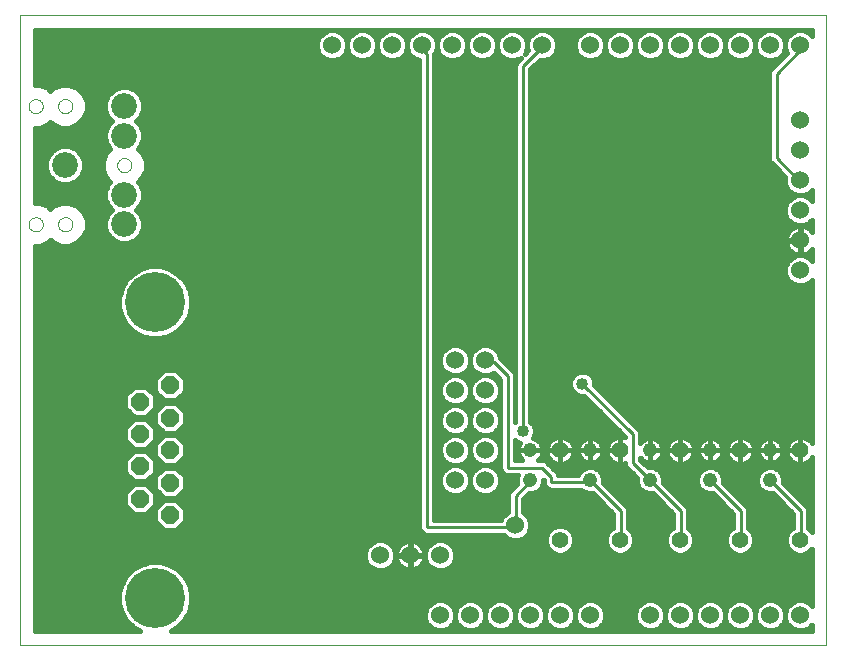
<source format=gtl>
G75*
G70*
%OFA0B0*%
%FSLAX24Y24*%
%IPPOS*%
%LPD*%
%AMOC8*
5,1,8,0,0,1.08239X$1,22.5*
%
%ADD10C,0.0000*%
%ADD11OC8,0.0600*%
%ADD12C,0.2000*%
%ADD13C,0.0600*%
%ADD14C,0.0476*%
%ADD15C,0.0554*%
%ADD16C,0.0860*%
%ADD17C,0.0100*%
%ADD18C,0.0400*%
%ADD19C,0.0160*%
D10*
X002699Y000558D02*
X002699Y021554D01*
X029569Y021554D01*
X029569Y000558D01*
X002699Y000558D01*
X002979Y014590D02*
X002981Y014620D01*
X002987Y014650D01*
X002996Y014679D01*
X003009Y014706D01*
X003026Y014731D01*
X003045Y014754D01*
X003068Y014775D01*
X003093Y014792D01*
X003119Y014806D01*
X003148Y014816D01*
X003177Y014823D01*
X003207Y014826D01*
X003238Y014825D01*
X003268Y014820D01*
X003297Y014811D01*
X003324Y014799D01*
X003350Y014784D01*
X003374Y014765D01*
X003395Y014743D01*
X003413Y014719D01*
X003428Y014692D01*
X003439Y014664D01*
X003447Y014635D01*
X003451Y014605D01*
X003451Y014575D01*
X003447Y014545D01*
X003439Y014516D01*
X003428Y014488D01*
X003413Y014461D01*
X003395Y014437D01*
X003374Y014415D01*
X003350Y014396D01*
X003324Y014381D01*
X003297Y014369D01*
X003268Y014360D01*
X003238Y014355D01*
X003207Y014354D01*
X003177Y014357D01*
X003148Y014364D01*
X003119Y014374D01*
X003093Y014388D01*
X003068Y014405D01*
X003045Y014426D01*
X003026Y014449D01*
X003009Y014474D01*
X002996Y014501D01*
X002987Y014530D01*
X002981Y014560D01*
X002979Y014590D01*
X003963Y014590D02*
X003965Y014620D01*
X003971Y014650D01*
X003980Y014679D01*
X003993Y014706D01*
X004010Y014731D01*
X004029Y014754D01*
X004052Y014775D01*
X004077Y014792D01*
X004103Y014806D01*
X004132Y014816D01*
X004161Y014823D01*
X004191Y014826D01*
X004222Y014825D01*
X004252Y014820D01*
X004281Y014811D01*
X004308Y014799D01*
X004334Y014784D01*
X004358Y014765D01*
X004379Y014743D01*
X004397Y014719D01*
X004412Y014692D01*
X004423Y014664D01*
X004431Y014635D01*
X004435Y014605D01*
X004435Y014575D01*
X004431Y014545D01*
X004423Y014516D01*
X004412Y014488D01*
X004397Y014461D01*
X004379Y014437D01*
X004358Y014415D01*
X004334Y014396D01*
X004308Y014381D01*
X004281Y014369D01*
X004252Y014360D01*
X004222Y014355D01*
X004191Y014354D01*
X004161Y014357D01*
X004132Y014364D01*
X004103Y014374D01*
X004077Y014388D01*
X004052Y014405D01*
X004029Y014426D01*
X004010Y014449D01*
X003993Y014474D01*
X003980Y014501D01*
X003971Y014530D01*
X003965Y014560D01*
X003963Y014590D01*
X005931Y016558D02*
X005933Y016588D01*
X005939Y016618D01*
X005948Y016647D01*
X005961Y016674D01*
X005978Y016699D01*
X005997Y016722D01*
X006020Y016743D01*
X006045Y016760D01*
X006071Y016774D01*
X006100Y016784D01*
X006129Y016791D01*
X006159Y016794D01*
X006190Y016793D01*
X006220Y016788D01*
X006249Y016779D01*
X006276Y016767D01*
X006302Y016752D01*
X006326Y016733D01*
X006347Y016711D01*
X006365Y016687D01*
X006380Y016660D01*
X006391Y016632D01*
X006399Y016603D01*
X006403Y016573D01*
X006403Y016543D01*
X006399Y016513D01*
X006391Y016484D01*
X006380Y016456D01*
X006365Y016429D01*
X006347Y016405D01*
X006326Y016383D01*
X006302Y016364D01*
X006276Y016349D01*
X006249Y016337D01*
X006220Y016328D01*
X006190Y016323D01*
X006159Y016322D01*
X006129Y016325D01*
X006100Y016332D01*
X006071Y016342D01*
X006045Y016356D01*
X006020Y016373D01*
X005997Y016394D01*
X005978Y016417D01*
X005961Y016442D01*
X005948Y016469D01*
X005939Y016498D01*
X005933Y016528D01*
X005931Y016558D01*
X003963Y018527D02*
X003965Y018557D01*
X003971Y018587D01*
X003980Y018616D01*
X003993Y018643D01*
X004010Y018668D01*
X004029Y018691D01*
X004052Y018712D01*
X004077Y018729D01*
X004103Y018743D01*
X004132Y018753D01*
X004161Y018760D01*
X004191Y018763D01*
X004222Y018762D01*
X004252Y018757D01*
X004281Y018748D01*
X004308Y018736D01*
X004334Y018721D01*
X004358Y018702D01*
X004379Y018680D01*
X004397Y018656D01*
X004412Y018629D01*
X004423Y018601D01*
X004431Y018572D01*
X004435Y018542D01*
X004435Y018512D01*
X004431Y018482D01*
X004423Y018453D01*
X004412Y018425D01*
X004397Y018398D01*
X004379Y018374D01*
X004358Y018352D01*
X004334Y018333D01*
X004308Y018318D01*
X004281Y018306D01*
X004252Y018297D01*
X004222Y018292D01*
X004191Y018291D01*
X004161Y018294D01*
X004132Y018301D01*
X004103Y018311D01*
X004077Y018325D01*
X004052Y018342D01*
X004029Y018363D01*
X004010Y018386D01*
X003993Y018411D01*
X003980Y018438D01*
X003971Y018467D01*
X003965Y018497D01*
X003963Y018527D01*
X002979Y018527D02*
X002981Y018557D01*
X002987Y018587D01*
X002996Y018616D01*
X003009Y018643D01*
X003026Y018668D01*
X003045Y018691D01*
X003068Y018712D01*
X003093Y018729D01*
X003119Y018743D01*
X003148Y018753D01*
X003177Y018760D01*
X003207Y018763D01*
X003238Y018762D01*
X003268Y018757D01*
X003297Y018748D01*
X003324Y018736D01*
X003350Y018721D01*
X003374Y018702D01*
X003395Y018680D01*
X003413Y018656D01*
X003428Y018629D01*
X003439Y018601D01*
X003447Y018572D01*
X003451Y018542D01*
X003451Y018512D01*
X003447Y018482D01*
X003439Y018453D01*
X003428Y018425D01*
X003413Y018398D01*
X003395Y018374D01*
X003374Y018352D01*
X003350Y018333D01*
X003324Y018318D01*
X003297Y018306D01*
X003268Y018297D01*
X003238Y018292D01*
X003207Y018291D01*
X003177Y018294D01*
X003148Y018301D01*
X003119Y018311D01*
X003093Y018325D01*
X003068Y018342D01*
X003045Y018363D01*
X003026Y018386D01*
X003009Y018411D01*
X002996Y018438D01*
X002987Y018467D01*
X002981Y018497D01*
X002979Y018527D01*
D11*
X007699Y009218D03*
X006699Y008678D03*
X007699Y008138D03*
X006699Y007598D03*
X007699Y007058D03*
X006699Y006518D03*
X007699Y005978D03*
X006699Y005438D03*
X007699Y004898D03*
D12*
X007199Y002128D03*
X007199Y011988D03*
D13*
X017199Y010058D03*
X018199Y010058D03*
X018199Y009058D03*
X017199Y009058D03*
X017199Y008058D03*
X018199Y008058D03*
X018199Y007058D03*
X017199Y007058D03*
X017199Y006058D03*
X018199Y006058D03*
X019199Y004558D03*
X016699Y003558D03*
X015699Y003558D03*
X014699Y003558D03*
X016699Y001558D03*
X017699Y001558D03*
X018699Y001558D03*
X019699Y001558D03*
X020699Y001558D03*
X021699Y001558D03*
X023699Y001558D03*
X024699Y001558D03*
X025699Y001558D03*
X026699Y001558D03*
X027699Y001558D03*
X028699Y001558D03*
X028699Y013058D03*
X028699Y014058D03*
X028699Y015058D03*
X028699Y016058D03*
X028699Y017058D03*
X028699Y018058D03*
X028699Y020558D03*
X027699Y020558D03*
X026699Y020558D03*
X025699Y020558D03*
X024699Y020558D03*
X023699Y020558D03*
X022699Y020558D03*
X021699Y020558D03*
X020099Y020558D03*
X019099Y020558D03*
X018099Y020558D03*
X017099Y020558D03*
X016099Y020558D03*
X015099Y020558D03*
X014099Y020558D03*
X013099Y020558D03*
D14*
X019699Y007058D03*
X019699Y006058D03*
X021699Y006058D03*
X021699Y007058D03*
X023699Y007058D03*
X023699Y006058D03*
X025699Y006058D03*
X025699Y007058D03*
X027699Y007058D03*
X027699Y006058D03*
D15*
X028699Y007058D03*
X026699Y007058D03*
X024699Y007058D03*
X022699Y007058D03*
X020699Y007058D03*
X020699Y004058D03*
X022699Y004058D03*
X024699Y004058D03*
X026699Y004058D03*
X028699Y004058D03*
D16*
X006167Y014590D03*
X006167Y015574D03*
X004199Y016558D03*
X006167Y017543D03*
X006167Y018527D03*
D17*
X016099Y020418D02*
X016099Y020558D01*
X016099Y020418D02*
X016259Y020258D01*
X016259Y004498D01*
X019139Y004498D01*
X019199Y004558D01*
X019219Y004578D01*
X019219Y005538D01*
X019699Y006018D01*
X019699Y006058D01*
X020079Y006478D02*
X018959Y006478D01*
X018959Y009518D01*
X018479Y009998D01*
X018239Y009998D01*
X018199Y010058D01*
X019459Y007698D02*
X019459Y019858D01*
X020099Y020498D01*
X020099Y020558D01*
X027919Y019598D02*
X027919Y016798D01*
X028639Y016078D01*
X028699Y016058D01*
X027919Y019598D02*
X028639Y020318D01*
X028639Y020558D01*
X028699Y020558D01*
X021439Y009278D02*
X023119Y007598D01*
X023119Y006638D01*
X023699Y006058D01*
X024719Y005038D01*
X024719Y004078D01*
X024699Y004058D01*
X026699Y004058D02*
X026719Y004078D01*
X026719Y005038D01*
X025699Y006058D01*
X027699Y006058D02*
X028719Y005038D01*
X028719Y004078D01*
X028699Y004058D01*
X022719Y004078D02*
X022699Y004058D01*
X022719Y004078D02*
X022719Y005038D01*
X021699Y006058D01*
X021679Y005998D01*
X020399Y005998D01*
X020399Y006158D01*
X020079Y006478D01*
D18*
X019459Y007698D03*
X021439Y009278D03*
D19*
X021062Y009144D02*
X019709Y009144D01*
X019709Y009303D02*
X021039Y009303D01*
X021039Y009358D02*
X021039Y009199D01*
X021100Y009052D01*
X021212Y008939D01*
X021359Y008878D01*
X021485Y008878D01*
X022869Y007495D01*
X022869Y007484D01*
X022806Y007504D01*
X022735Y007515D01*
X022707Y007515D01*
X022707Y007067D01*
X022690Y007067D01*
X022690Y007050D01*
X022242Y007050D01*
X022242Y007022D01*
X022253Y006951D01*
X022275Y006883D01*
X022308Y006819D01*
X022350Y006760D01*
X022401Y006710D01*
X022459Y006667D01*
X022523Y006635D01*
X022592Y006612D01*
X022663Y006601D01*
X022690Y006601D01*
X022690Y007049D01*
X022707Y007049D01*
X022707Y006601D01*
X022735Y006601D01*
X022806Y006612D01*
X022869Y006633D01*
X022869Y006589D01*
X022907Y006497D01*
X023261Y006143D01*
X023261Y005971D01*
X023328Y005810D01*
X023451Y005687D01*
X023612Y005620D01*
X023783Y005620D01*
X024469Y004935D01*
X024469Y004479D01*
X024429Y004463D01*
X024294Y004329D01*
X024222Y004153D01*
X024222Y003963D01*
X024294Y003788D01*
X024429Y003654D01*
X024604Y003581D01*
X024794Y003581D01*
X024969Y003654D01*
X025103Y003788D01*
X025176Y003963D01*
X025176Y004153D01*
X025103Y004329D01*
X024969Y004463D01*
X024969Y004989D01*
X024969Y005088D01*
X024931Y005180D01*
X024137Y005974D01*
X024137Y006145D01*
X024070Y006306D01*
X023947Y006429D01*
X023786Y006496D01*
X023615Y006496D01*
X023369Y006742D01*
X023369Y006802D01*
X023380Y006786D01*
X023427Y006740D01*
X023480Y006701D01*
X023539Y006671D01*
X023601Y006651D01*
X023666Y006640D01*
X023699Y006640D01*
X023732Y006640D01*
X023797Y006651D01*
X023859Y006671D01*
X023918Y006701D01*
X023971Y006740D01*
X024018Y006786D01*
X024056Y006839D01*
X024086Y006898D01*
X024106Y006960D01*
X024117Y007025D01*
X024117Y007058D01*
X023699Y007058D01*
X023699Y006640D01*
X023699Y007058D01*
X023699Y007058D01*
X023699Y007058D01*
X024117Y007058D01*
X024117Y007091D01*
X024106Y007156D01*
X024086Y007219D01*
X024056Y007277D01*
X024018Y007330D01*
X023971Y007377D01*
X023918Y007416D01*
X023859Y007445D01*
X023797Y007466D01*
X023732Y007476D01*
X023699Y007476D01*
X023699Y007059D01*
X023699Y007059D01*
X023699Y007476D01*
X023666Y007476D01*
X023601Y007466D01*
X023539Y007445D01*
X023480Y007416D01*
X023427Y007377D01*
X023380Y007330D01*
X023369Y007315D01*
X023369Y007549D01*
X023369Y007648D01*
X023331Y007740D01*
X021839Y009232D01*
X021839Y009358D01*
X021778Y009505D01*
X021665Y009617D01*
X021518Y009678D01*
X021359Y009678D01*
X021212Y009617D01*
X021100Y009505D01*
X021039Y009358D01*
X021082Y009461D02*
X019709Y009461D01*
X019709Y009620D02*
X021218Y009620D01*
X021660Y009620D02*
X029089Y009620D01*
X029089Y009778D02*
X019709Y009778D01*
X019709Y009937D02*
X029089Y009937D01*
X029089Y010095D02*
X019709Y010095D01*
X019709Y010254D02*
X029089Y010254D01*
X029089Y010412D02*
X019709Y010412D01*
X019709Y010571D02*
X029089Y010571D01*
X029089Y010729D02*
X019709Y010729D01*
X019709Y010888D02*
X029089Y010888D01*
X029089Y011046D02*
X019709Y011046D01*
X019709Y011205D02*
X029089Y011205D01*
X029089Y011364D02*
X019709Y011364D01*
X019709Y011522D02*
X029089Y011522D01*
X029089Y011681D02*
X019709Y011681D01*
X019709Y011839D02*
X029089Y011839D01*
X029089Y011998D02*
X019709Y011998D01*
X019709Y012156D02*
X029089Y012156D01*
X029089Y012315D02*
X019709Y012315D01*
X019709Y012473D02*
X029089Y012473D01*
X029089Y012632D02*
X028976Y012632D01*
X028982Y012634D02*
X029089Y012741D01*
X029089Y007299D01*
X029048Y007356D01*
X028997Y007407D01*
X028938Y007449D01*
X028874Y007482D01*
X028806Y007504D01*
X028735Y007515D01*
X028707Y007515D01*
X028707Y007067D01*
X028690Y007067D01*
X028690Y007050D01*
X028242Y007050D01*
X028242Y007022D01*
X028253Y006951D01*
X028275Y006883D01*
X028308Y006819D01*
X028350Y006760D01*
X028401Y006710D01*
X028459Y006667D01*
X028523Y006635D01*
X028592Y006612D01*
X028663Y006601D01*
X028690Y006601D01*
X028690Y007049D01*
X028707Y007049D01*
X028707Y006601D01*
X028735Y006601D01*
X028806Y006612D01*
X028874Y006635D01*
X028938Y006667D01*
X028997Y006710D01*
X029048Y006760D01*
X029089Y006817D01*
X029089Y004343D01*
X028969Y004463D01*
X028969Y004989D01*
X028969Y005088D01*
X028931Y005180D01*
X028137Y005974D01*
X028137Y006145D01*
X028070Y006306D01*
X027947Y006429D01*
X027786Y006496D01*
X027612Y006496D01*
X027451Y006429D01*
X027328Y006306D01*
X027261Y006145D01*
X027261Y005971D01*
X027328Y005810D01*
X027451Y005687D01*
X027612Y005620D01*
X027783Y005620D01*
X028469Y004935D01*
X028469Y004479D01*
X028429Y004463D01*
X028294Y004329D01*
X028222Y004153D01*
X028222Y003963D01*
X028294Y003788D01*
X028429Y003654D01*
X028604Y003581D01*
X028794Y003581D01*
X028969Y003654D01*
X029089Y003774D01*
X029089Y001875D01*
X028982Y001982D01*
X028798Y002058D01*
X028599Y002058D01*
X028416Y001982D01*
X028275Y001841D01*
X028199Y001658D01*
X028199Y001459D01*
X028275Y001275D01*
X028416Y001134D01*
X028599Y001058D01*
X027798Y001058D01*
X027982Y001134D01*
X028123Y001275D01*
X028199Y001459D01*
X028199Y001658D01*
X028123Y001841D01*
X027982Y001982D01*
X027798Y002058D01*
X027599Y002058D01*
X027416Y001982D01*
X027275Y001841D01*
X027199Y001658D01*
X027199Y001459D01*
X027275Y001275D01*
X027416Y001134D01*
X027599Y001058D01*
X026798Y001058D01*
X026982Y001134D01*
X027123Y001275D01*
X027199Y001459D01*
X027199Y001658D01*
X027123Y001841D01*
X026982Y001982D01*
X026798Y002058D01*
X026599Y002058D01*
X026416Y001982D01*
X026275Y001841D01*
X026199Y001658D01*
X026199Y001459D01*
X026275Y001275D01*
X026416Y001134D01*
X026599Y001058D01*
X025798Y001058D01*
X025982Y001134D01*
X026123Y001275D01*
X026199Y001459D01*
X026199Y001658D01*
X026123Y001841D01*
X025982Y001982D01*
X025798Y002058D01*
X025599Y002058D01*
X025416Y001982D01*
X025275Y001841D01*
X025199Y001658D01*
X025199Y001459D01*
X025275Y001275D01*
X025416Y001134D01*
X025599Y001058D01*
X024798Y001058D01*
X024982Y001134D01*
X025123Y001275D01*
X025199Y001459D01*
X025199Y001658D01*
X025123Y001841D01*
X024982Y001982D01*
X024798Y002058D01*
X024599Y002058D01*
X024416Y001982D01*
X024275Y001841D01*
X024199Y001658D01*
X024199Y001459D01*
X024275Y001275D01*
X024416Y001134D01*
X024599Y001058D01*
X023798Y001058D01*
X023982Y001134D01*
X024123Y001275D01*
X024199Y001459D01*
X024199Y001658D01*
X024123Y001841D01*
X023982Y001982D01*
X023798Y002058D01*
X023599Y002058D01*
X023416Y001982D01*
X023275Y001841D01*
X023199Y001658D01*
X023199Y001459D01*
X023275Y001275D01*
X023416Y001134D01*
X023599Y001058D01*
X021798Y001058D01*
X021982Y001134D01*
X022123Y001275D01*
X022199Y001459D01*
X022199Y001658D01*
X022123Y001841D01*
X021982Y001982D01*
X021798Y002058D01*
X021599Y002058D01*
X021416Y001982D01*
X021275Y001841D01*
X021199Y001658D01*
X021199Y001459D01*
X021275Y001275D01*
X021416Y001134D01*
X021599Y001058D01*
X020798Y001058D01*
X020982Y001134D01*
X021123Y001275D01*
X021199Y001459D01*
X021199Y001658D01*
X021123Y001841D01*
X020982Y001982D01*
X020798Y002058D01*
X020599Y002058D01*
X020416Y001982D01*
X020275Y001841D01*
X020199Y001658D01*
X020199Y001459D01*
X020275Y001275D01*
X020416Y001134D01*
X020599Y001058D01*
X019798Y001058D01*
X019982Y001134D01*
X020123Y001275D01*
X020199Y001459D01*
X020199Y001658D01*
X020123Y001841D01*
X019982Y001982D01*
X019798Y002058D01*
X019599Y002058D01*
X019416Y001982D01*
X019275Y001841D01*
X019199Y001658D01*
X019199Y001459D01*
X019275Y001275D01*
X019416Y001134D01*
X019599Y001058D01*
X018798Y001058D01*
X018982Y001134D01*
X019123Y001275D01*
X019199Y001459D01*
X019199Y001658D01*
X019123Y001841D01*
X018982Y001982D01*
X018798Y002058D01*
X018599Y002058D01*
X018416Y001982D01*
X018275Y001841D01*
X018199Y001658D01*
X018199Y001459D01*
X018275Y001275D01*
X018416Y001134D01*
X018599Y001058D01*
X017798Y001058D01*
X017982Y001134D01*
X018123Y001275D01*
X018199Y001459D01*
X018199Y001658D01*
X018123Y001841D01*
X017982Y001982D01*
X017798Y002058D01*
X017599Y002058D01*
X017416Y001982D01*
X017275Y001841D01*
X017199Y001658D01*
X017199Y001459D01*
X017275Y001275D01*
X017416Y001134D01*
X017599Y001058D01*
X016798Y001058D01*
X016982Y001134D01*
X017123Y001275D01*
X017199Y001459D01*
X017199Y001658D01*
X017123Y001841D01*
X016982Y001982D01*
X016798Y002058D01*
X016599Y002058D01*
X016416Y001982D01*
X016275Y001841D01*
X016199Y001658D01*
X016199Y001459D01*
X016275Y001275D01*
X016416Y001134D01*
X016599Y001058D01*
X007745Y001058D01*
X007711Y001038D02*
X007936Y001168D01*
X008159Y001391D01*
X008317Y001665D01*
X008399Y001970D01*
X008399Y002286D01*
X008317Y002591D01*
X008159Y002865D01*
X007936Y003088D01*
X007662Y003246D01*
X007357Y003328D01*
X007041Y003328D01*
X006736Y003246D01*
X006462Y003088D01*
X006239Y002865D01*
X006081Y002591D01*
X005999Y002286D01*
X005999Y001970D01*
X006081Y001665D01*
X006239Y001391D01*
X006462Y001168D01*
X006687Y001038D01*
X003179Y001038D01*
X003179Y013874D01*
X003357Y013874D01*
X003620Y013983D01*
X003707Y014069D01*
X003793Y013983D01*
X004056Y013874D01*
X004341Y013874D01*
X004605Y013983D01*
X004806Y014184D01*
X004915Y014447D01*
X004915Y014732D01*
X004806Y014995D01*
X004605Y015197D01*
X004341Y015306D01*
X004056Y015306D01*
X003793Y015197D01*
X003707Y015110D01*
X003620Y015197D01*
X003357Y015306D01*
X003179Y015306D01*
X003179Y017811D01*
X003357Y017811D01*
X003620Y017920D01*
X003707Y018006D01*
X003793Y017920D01*
X004056Y017811D01*
X004341Y017811D01*
X004605Y017920D01*
X004806Y018121D01*
X004915Y018384D01*
X004915Y018669D01*
X004806Y018932D01*
X004605Y019134D01*
X004341Y019243D01*
X004056Y019243D01*
X003793Y019134D01*
X003707Y019047D01*
X003620Y019134D01*
X003357Y019243D01*
X003179Y019243D01*
X003179Y021074D01*
X029089Y021074D01*
X029089Y020875D01*
X028982Y020982D01*
X028798Y021058D01*
X028599Y021058D01*
X028416Y020982D01*
X028275Y020841D01*
X028199Y020658D01*
X028199Y020459D01*
X028265Y020298D01*
X027707Y019740D01*
X027669Y019648D01*
X027669Y019549D01*
X027669Y016749D01*
X027707Y016657D01*
X027777Y016586D01*
X028201Y016163D01*
X028199Y016158D01*
X028199Y015959D01*
X028275Y015775D01*
X028416Y015634D01*
X028599Y015558D01*
X028416Y015482D01*
X028275Y015341D01*
X028199Y015158D01*
X028199Y014959D01*
X028275Y014775D01*
X028416Y014634D01*
X028599Y014558D01*
X028798Y014558D01*
X028982Y014634D01*
X029089Y014741D01*
X029089Y014338D01*
X029065Y014371D01*
X029012Y014424D01*
X028950Y014469D01*
X028883Y014503D01*
X028811Y014526D01*
X028737Y014538D01*
X028719Y014538D01*
X028719Y014079D01*
X028679Y014079D01*
X028679Y014538D01*
X028661Y014538D01*
X028586Y014526D01*
X028515Y014503D01*
X028447Y014469D01*
X028386Y014424D01*
X028333Y014371D01*
X028288Y014310D01*
X028254Y014243D01*
X028231Y014171D01*
X028219Y014096D01*
X028219Y014078D01*
X028679Y014078D01*
X028679Y014038D01*
X028719Y014038D01*
X028719Y013578D01*
X028737Y013578D01*
X028811Y013590D01*
X028883Y013613D01*
X028950Y013648D01*
X029012Y013692D01*
X029065Y013746D01*
X029089Y013779D01*
X029089Y013375D01*
X028982Y013482D01*
X028798Y013558D01*
X028599Y013558D01*
X028416Y013482D01*
X028275Y013341D01*
X028199Y013158D01*
X028199Y012959D01*
X028275Y012775D01*
X028416Y012634D01*
X028599Y012558D01*
X028798Y012558D01*
X028982Y012634D01*
X028422Y012632D02*
X019709Y012632D01*
X019709Y012790D02*
X028269Y012790D01*
X028203Y012949D02*
X019709Y012949D01*
X019709Y013108D02*
X028199Y013108D01*
X028244Y013266D02*
X019709Y013266D01*
X019709Y013425D02*
X028358Y013425D01*
X028447Y013648D02*
X028515Y013613D01*
X028586Y013590D01*
X028661Y013578D01*
X028679Y013578D01*
X028679Y014038D01*
X028219Y014038D01*
X028219Y014020D01*
X028231Y013946D01*
X028254Y013874D01*
X028288Y013807D01*
X028333Y013746D01*
X028386Y013692D01*
X028447Y013648D01*
X028337Y013742D02*
X019709Y013742D01*
X019709Y013900D02*
X028245Y013900D01*
X028246Y014217D02*
X019709Y014217D01*
X019709Y014059D02*
X028679Y014059D01*
X028679Y014217D02*
X028719Y014217D01*
X028719Y014376D02*
X028679Y014376D01*
X028679Y014534D02*
X028719Y014534D01*
X028761Y014534D02*
X029089Y014534D01*
X029089Y014376D02*
X029060Y014376D01*
X029041Y014693D02*
X029089Y014693D01*
X028637Y014534D02*
X019709Y014534D01*
X019709Y014376D02*
X028338Y014376D01*
X028357Y014693D02*
X019709Y014693D01*
X019709Y014852D02*
X028243Y014852D01*
X028199Y015010D02*
X019709Y015010D01*
X019709Y015169D02*
X028203Y015169D01*
X028269Y015327D02*
X019709Y015327D01*
X019709Y015486D02*
X028424Y015486D01*
X028406Y015644D02*
X019709Y015644D01*
X019709Y015803D02*
X028263Y015803D01*
X028199Y015961D02*
X019709Y015961D01*
X019709Y016120D02*
X028199Y016120D01*
X028085Y016278D02*
X019709Y016278D01*
X019709Y016437D02*
X027927Y016437D01*
X027768Y016596D02*
X019709Y016596D01*
X019709Y016754D02*
X027669Y016754D01*
X027669Y016913D02*
X019709Y016913D01*
X019709Y017071D02*
X027669Y017071D01*
X027669Y017230D02*
X019709Y017230D01*
X019709Y017388D02*
X027669Y017388D01*
X027669Y017547D02*
X019709Y017547D01*
X019709Y017705D02*
X027669Y017705D01*
X027669Y017864D02*
X019709Y017864D01*
X019709Y018022D02*
X027669Y018022D01*
X027669Y018181D02*
X019709Y018181D01*
X019709Y018339D02*
X027669Y018339D01*
X027669Y018498D02*
X019709Y018498D01*
X019709Y018657D02*
X027669Y018657D01*
X027669Y018815D02*
X019709Y018815D01*
X019709Y018974D02*
X027669Y018974D01*
X027669Y019132D02*
X019709Y019132D01*
X019709Y019291D02*
X027669Y019291D01*
X027669Y019449D02*
X019709Y019449D01*
X019709Y019608D02*
X027669Y019608D01*
X027734Y019766D02*
X019721Y019766D01*
X019709Y019755D02*
X020012Y020058D01*
X020198Y020058D01*
X020382Y020134D01*
X020523Y020275D01*
X020599Y020459D01*
X020599Y020658D01*
X020523Y020841D01*
X020382Y020982D01*
X020198Y021058D01*
X019999Y021058D01*
X019816Y020982D01*
X019675Y020841D01*
X019599Y020658D01*
X019599Y020459D01*
X019630Y020383D01*
X019523Y020276D01*
X019599Y020459D01*
X019599Y020658D01*
X019523Y020841D01*
X019382Y020982D01*
X019198Y021058D01*
X018999Y021058D01*
X018816Y020982D01*
X018675Y020841D01*
X018599Y020658D01*
X018599Y020459D01*
X018675Y020275D01*
X018816Y020134D01*
X018999Y020058D01*
X019198Y020058D01*
X019381Y020134D01*
X019247Y020000D01*
X019209Y019908D01*
X019209Y019809D01*
X019209Y008014D01*
X019209Y008014D01*
X019209Y009469D01*
X019209Y009568D01*
X019171Y009660D01*
X018699Y010132D01*
X018699Y010158D01*
X018623Y010341D01*
X018482Y010482D01*
X018298Y010558D01*
X018099Y010558D01*
X017916Y010482D01*
X017775Y010341D01*
X017699Y010158D01*
X017699Y009959D01*
X017775Y009775D01*
X017916Y009634D01*
X018099Y009558D01*
X017916Y009482D01*
X017775Y009341D01*
X017699Y009158D01*
X017699Y008959D01*
X017775Y008775D01*
X017916Y008634D01*
X018099Y008558D01*
X017916Y008482D01*
X017775Y008341D01*
X017699Y008158D01*
X017699Y007959D01*
X017775Y007775D01*
X017916Y007634D01*
X018099Y007558D01*
X017916Y007482D01*
X017775Y007341D01*
X017699Y007158D01*
X017699Y006959D01*
X017775Y006775D01*
X017916Y006634D01*
X018099Y006558D01*
X017916Y006482D01*
X017775Y006341D01*
X017699Y006158D01*
X017699Y005959D01*
X017775Y005775D01*
X017916Y005634D01*
X018099Y005558D01*
X018298Y005558D01*
X018482Y005634D01*
X018623Y005775D01*
X018699Y005959D01*
X018699Y006158D01*
X018623Y006341D01*
X018482Y006482D01*
X018298Y006558D01*
X018099Y006558D01*
X018298Y006558D01*
X018482Y006634D01*
X018623Y006775D01*
X018699Y006959D01*
X018699Y007158D01*
X018623Y007341D01*
X018482Y007482D01*
X018298Y007558D01*
X018099Y007558D01*
X018298Y007558D01*
X018482Y007634D01*
X018623Y007775D01*
X018699Y007959D01*
X018699Y008158D01*
X018623Y008341D01*
X018482Y008482D01*
X018298Y008558D01*
X018099Y008558D01*
X018298Y008558D01*
X018482Y008634D01*
X018623Y008775D01*
X018699Y008959D01*
X018699Y009158D01*
X018623Y009341D01*
X018482Y009482D01*
X018298Y009558D01*
X018099Y009558D01*
X018298Y009558D01*
X018482Y009634D01*
X018486Y009638D01*
X018709Y009415D01*
X018709Y006429D01*
X018747Y006337D01*
X018817Y006266D01*
X018909Y006228D01*
X019009Y006228D01*
X019295Y006228D01*
X019261Y006145D01*
X019261Y005971D01*
X019272Y005945D01*
X019077Y005750D01*
X019007Y005680D01*
X018969Y005588D01*
X018969Y005004D01*
X018916Y004982D01*
X018775Y004841D01*
X018736Y004748D01*
X016509Y004748D01*
X016509Y020209D01*
X016509Y020261D01*
X016523Y020275D01*
X016599Y020459D01*
X016675Y020275D01*
X016816Y020134D01*
X016999Y020058D01*
X017198Y020058D01*
X017382Y020134D01*
X017523Y020275D01*
X017599Y020459D01*
X017675Y020275D01*
X017816Y020134D01*
X017999Y020058D01*
X018198Y020058D01*
X018382Y020134D01*
X018523Y020275D01*
X018599Y020459D01*
X018599Y020658D01*
X018523Y020841D01*
X018382Y020982D01*
X018198Y021058D01*
X017999Y021058D01*
X017816Y020982D01*
X017675Y020841D01*
X017599Y020658D01*
X017599Y020459D01*
X017599Y020658D01*
X017523Y020841D01*
X017382Y020982D01*
X017198Y021058D01*
X016999Y021058D01*
X016816Y020982D01*
X016675Y020841D01*
X016599Y020658D01*
X016599Y020459D01*
X016599Y020658D01*
X016523Y020841D01*
X016382Y020982D01*
X016198Y021058D01*
X015999Y021058D01*
X015816Y020982D01*
X015675Y020841D01*
X015599Y020658D01*
X015599Y020459D01*
X015675Y020275D01*
X015816Y020134D01*
X015999Y020058D01*
X016009Y020058D01*
X016009Y004548D01*
X016009Y004449D01*
X016047Y004357D01*
X016117Y004286D01*
X016209Y004248D01*
X018802Y004248D01*
X018916Y004134D01*
X019099Y004058D01*
X019298Y004058D01*
X019482Y004134D01*
X019623Y004275D01*
X019699Y004459D01*
X019699Y004658D01*
X019623Y004841D01*
X019482Y004982D01*
X019469Y004988D01*
X019469Y005435D01*
X019655Y005620D01*
X019786Y005620D01*
X019947Y005687D01*
X020070Y005810D01*
X020137Y005971D01*
X020137Y006067D01*
X020149Y006055D01*
X020149Y005949D01*
X020187Y005857D01*
X020257Y005786D01*
X020349Y005748D01*
X020449Y005748D01*
X021390Y005748D01*
X021451Y005687D01*
X021612Y005620D01*
X021783Y005620D01*
X022469Y004935D01*
X022469Y004479D01*
X022429Y004463D01*
X022294Y004329D01*
X022222Y004153D01*
X022222Y003963D01*
X022294Y003788D01*
X022429Y003654D01*
X022604Y003581D01*
X022794Y003581D01*
X022969Y003654D01*
X023103Y003788D01*
X023176Y003963D01*
X023176Y004153D01*
X023103Y004329D01*
X022969Y004463D01*
X022969Y004989D01*
X022969Y005088D01*
X022931Y005180D01*
X022137Y005974D01*
X022137Y006145D01*
X022070Y006306D01*
X021947Y006429D01*
X021786Y006496D01*
X021612Y006496D01*
X021451Y006429D01*
X021328Y006306D01*
X021304Y006248D01*
X020632Y006248D01*
X020611Y006300D01*
X020291Y006620D01*
X020220Y006690D01*
X020129Y006728D01*
X019955Y006728D01*
X019971Y006740D01*
X020018Y006786D01*
X020056Y006839D01*
X020086Y006898D01*
X020106Y006960D01*
X020117Y007025D01*
X020117Y007058D01*
X019699Y007058D01*
X019699Y007058D01*
X020117Y007058D01*
X020117Y007091D01*
X020106Y007156D01*
X020086Y007219D01*
X020056Y007277D01*
X020018Y007330D01*
X019971Y007377D01*
X019918Y007416D01*
X019859Y007445D01*
X019797Y007466D01*
X019793Y007466D01*
X019798Y007472D01*
X019859Y007619D01*
X019859Y007778D01*
X019798Y007925D01*
X019709Y008014D01*
X019709Y019755D01*
X019879Y019925D02*
X027892Y019925D01*
X027859Y020083D02*
X028051Y020083D01*
X027982Y020134D02*
X028123Y020275D01*
X028199Y020459D01*
X028199Y020658D01*
X028123Y020841D01*
X027982Y020982D01*
X027798Y021058D01*
X027599Y021058D01*
X027416Y020982D01*
X027275Y020841D01*
X027199Y020658D01*
X027199Y020459D01*
X027275Y020275D01*
X027416Y020134D01*
X027599Y020058D01*
X027798Y020058D01*
X027982Y020134D01*
X028090Y020242D02*
X028209Y020242D01*
X028223Y020401D02*
X028175Y020401D01*
X028199Y020559D02*
X028199Y020559D01*
X028174Y020718D02*
X028224Y020718D01*
X028310Y020876D02*
X028088Y020876D01*
X027855Y021035D02*
X028543Y021035D01*
X028855Y021035D02*
X029089Y021035D01*
X029088Y020876D02*
X029089Y020876D01*
X027543Y021035D02*
X026855Y021035D01*
X026798Y021058D02*
X026599Y021058D01*
X026416Y020982D01*
X026275Y020841D01*
X026199Y020658D01*
X026199Y020459D01*
X026275Y020275D01*
X026416Y020134D01*
X026599Y020058D01*
X026798Y020058D01*
X026982Y020134D01*
X027123Y020275D01*
X027199Y020459D01*
X027199Y020658D01*
X027123Y020841D01*
X026982Y020982D01*
X026798Y021058D01*
X026543Y021035D02*
X025855Y021035D01*
X025798Y021058D02*
X025982Y020982D01*
X026123Y020841D01*
X026199Y020658D01*
X026199Y020459D01*
X026123Y020275D01*
X025982Y020134D01*
X025798Y020058D01*
X025599Y020058D01*
X025416Y020134D01*
X025275Y020275D01*
X025199Y020459D01*
X025199Y020658D01*
X025275Y020841D01*
X025416Y020982D01*
X025599Y021058D01*
X025798Y021058D01*
X025543Y021035D02*
X024855Y021035D01*
X024798Y021058D02*
X024599Y021058D01*
X024416Y020982D01*
X024275Y020841D01*
X024199Y020658D01*
X024199Y020459D01*
X024275Y020275D01*
X024416Y020134D01*
X024599Y020058D01*
X024798Y020058D01*
X024982Y020134D01*
X025123Y020275D01*
X025199Y020459D01*
X025199Y020658D01*
X025123Y020841D01*
X024982Y020982D01*
X024798Y021058D01*
X024543Y021035D02*
X023855Y021035D01*
X023798Y021058D02*
X023599Y021058D01*
X023416Y020982D01*
X023275Y020841D01*
X023199Y020658D01*
X023199Y020459D01*
X023275Y020275D01*
X023416Y020134D01*
X023599Y020058D01*
X023798Y020058D01*
X023982Y020134D01*
X024123Y020275D01*
X024199Y020459D01*
X024199Y020658D01*
X024123Y020841D01*
X023982Y020982D01*
X023798Y021058D01*
X023543Y021035D02*
X022855Y021035D01*
X022798Y021058D02*
X022599Y021058D01*
X022416Y020982D01*
X022275Y020841D01*
X022199Y020658D01*
X022199Y020459D01*
X022275Y020275D01*
X022416Y020134D01*
X022599Y020058D01*
X022798Y020058D01*
X022982Y020134D01*
X023123Y020275D01*
X023199Y020459D01*
X023199Y020658D01*
X023123Y020841D01*
X022982Y020982D01*
X022798Y021058D01*
X022543Y021035D02*
X021855Y021035D01*
X021798Y021058D02*
X021599Y021058D01*
X021416Y020982D01*
X021275Y020841D01*
X021199Y020658D01*
X021199Y020459D01*
X021275Y020275D01*
X021416Y020134D01*
X021599Y020058D01*
X021798Y020058D01*
X021982Y020134D01*
X022123Y020275D01*
X022199Y020459D01*
X022199Y020658D01*
X022123Y020841D01*
X021982Y020982D01*
X021798Y021058D01*
X021543Y021035D02*
X020255Y021035D01*
X020488Y020876D02*
X021310Y020876D01*
X021224Y020718D02*
X020574Y020718D01*
X020599Y020559D02*
X021199Y020559D01*
X021223Y020401D02*
X020575Y020401D01*
X020490Y020242D02*
X021308Y020242D01*
X021539Y020083D02*
X020259Y020083D01*
X019623Y020401D02*
X019575Y020401D01*
X019599Y020559D02*
X019599Y020559D01*
X019574Y020718D02*
X019624Y020718D01*
X019710Y020876D02*
X019488Y020876D01*
X019255Y021035D02*
X019943Y021035D01*
X018943Y021035D02*
X018255Y021035D01*
X018488Y020876D02*
X018710Y020876D01*
X018624Y020718D02*
X018574Y020718D01*
X018599Y020559D02*
X018599Y020559D01*
X018575Y020401D02*
X018623Y020401D01*
X018708Y020242D02*
X018490Y020242D01*
X018259Y020083D02*
X018939Y020083D01*
X019216Y019925D02*
X016509Y019925D01*
X016509Y020083D02*
X016939Y020083D01*
X016708Y020242D02*
X016509Y020242D01*
X016575Y020401D02*
X016623Y020401D01*
X016599Y020559D02*
X016599Y020559D01*
X016574Y020718D02*
X016624Y020718D01*
X016710Y020876D02*
X016488Y020876D01*
X016255Y021035D02*
X016943Y021035D01*
X017255Y021035D02*
X017943Y021035D01*
X017710Y020876D02*
X017488Y020876D01*
X017574Y020718D02*
X017624Y020718D01*
X017599Y020559D02*
X017599Y020559D01*
X017575Y020401D02*
X017623Y020401D01*
X017708Y020242D02*
X017490Y020242D01*
X017259Y020083D02*
X017939Y020083D01*
X019209Y019766D02*
X016509Y019766D01*
X016509Y019608D02*
X019209Y019608D01*
X019209Y019449D02*
X016509Y019449D01*
X016509Y019291D02*
X019209Y019291D01*
X019209Y019132D02*
X016509Y019132D01*
X016509Y018974D02*
X019209Y018974D01*
X019209Y018815D02*
X016509Y018815D01*
X016509Y018657D02*
X019209Y018657D01*
X019209Y018498D02*
X016509Y018498D01*
X016509Y018339D02*
X019209Y018339D01*
X019209Y018181D02*
X016509Y018181D01*
X016509Y018022D02*
X019209Y018022D01*
X019209Y017864D02*
X016509Y017864D01*
X016509Y017705D02*
X019209Y017705D01*
X019209Y017547D02*
X016509Y017547D01*
X016509Y017388D02*
X019209Y017388D01*
X019209Y017230D02*
X016509Y017230D01*
X016509Y017071D02*
X019209Y017071D01*
X019209Y016913D02*
X016509Y016913D01*
X016509Y016754D02*
X019209Y016754D01*
X019209Y016596D02*
X016509Y016596D01*
X016509Y016437D02*
X019209Y016437D01*
X019209Y016278D02*
X016509Y016278D01*
X016509Y016120D02*
X019209Y016120D01*
X019209Y015961D02*
X016509Y015961D01*
X016509Y015803D02*
X019209Y015803D01*
X019209Y015644D02*
X016509Y015644D01*
X016509Y015486D02*
X019209Y015486D01*
X019209Y015327D02*
X016509Y015327D01*
X016509Y015169D02*
X019209Y015169D01*
X019209Y015010D02*
X016509Y015010D01*
X016509Y014852D02*
X019209Y014852D01*
X019209Y014693D02*
X016509Y014693D01*
X016509Y014534D02*
X019209Y014534D01*
X019209Y014376D02*
X016509Y014376D01*
X016509Y014217D02*
X019209Y014217D01*
X019209Y014059D02*
X016509Y014059D01*
X016509Y013900D02*
X019209Y013900D01*
X019209Y013742D02*
X016509Y013742D01*
X016509Y013583D02*
X019209Y013583D01*
X019209Y013425D02*
X016509Y013425D01*
X016509Y013266D02*
X019209Y013266D01*
X019209Y013108D02*
X016509Y013108D01*
X016509Y012949D02*
X019209Y012949D01*
X019209Y012790D02*
X016509Y012790D01*
X016509Y012632D02*
X019209Y012632D01*
X019209Y012473D02*
X016509Y012473D01*
X016509Y012315D02*
X019209Y012315D01*
X019209Y012156D02*
X016509Y012156D01*
X016509Y011998D02*
X019209Y011998D01*
X019209Y011839D02*
X016509Y011839D01*
X016509Y011681D02*
X019209Y011681D01*
X019209Y011522D02*
X016509Y011522D01*
X016509Y011364D02*
X019209Y011364D01*
X019209Y011205D02*
X016509Y011205D01*
X016509Y011046D02*
X019209Y011046D01*
X019209Y010888D02*
X016509Y010888D01*
X016509Y010729D02*
X019209Y010729D01*
X019209Y010571D02*
X016509Y010571D01*
X016509Y010412D02*
X016846Y010412D01*
X016916Y010482D02*
X016775Y010341D01*
X016699Y010158D01*
X016699Y009959D01*
X016775Y009775D01*
X016916Y009634D01*
X017099Y009558D01*
X016916Y009482D01*
X016775Y009341D01*
X016699Y009158D01*
X016699Y008959D01*
X016775Y008775D01*
X016916Y008634D01*
X017099Y008558D01*
X016916Y008482D01*
X016775Y008341D01*
X016699Y008158D01*
X016699Y007959D01*
X016775Y007775D01*
X016916Y007634D01*
X017099Y007558D01*
X016916Y007482D01*
X016775Y007341D01*
X016699Y007158D01*
X016699Y006959D01*
X016775Y006775D01*
X016916Y006634D01*
X017099Y006558D01*
X016916Y006482D01*
X016775Y006341D01*
X016699Y006158D01*
X016699Y005959D01*
X016775Y005775D01*
X016916Y005634D01*
X017099Y005558D01*
X017298Y005558D01*
X017482Y005634D01*
X017623Y005775D01*
X017699Y005959D01*
X017699Y006158D01*
X017623Y006341D01*
X017482Y006482D01*
X017298Y006558D01*
X017099Y006558D01*
X017298Y006558D01*
X017482Y006634D01*
X017623Y006775D01*
X017699Y006959D01*
X017699Y007158D01*
X017623Y007341D01*
X017482Y007482D01*
X017298Y007558D01*
X017099Y007558D01*
X017298Y007558D01*
X017482Y007634D01*
X017623Y007775D01*
X017699Y007959D01*
X017699Y008158D01*
X017623Y008341D01*
X017482Y008482D01*
X017298Y008558D01*
X017099Y008558D01*
X017298Y008558D01*
X017482Y008634D01*
X017623Y008775D01*
X017699Y008959D01*
X017699Y009158D01*
X017623Y009341D01*
X017482Y009482D01*
X017298Y009558D01*
X017099Y009558D01*
X017298Y009558D01*
X017482Y009634D01*
X017623Y009775D01*
X017699Y009959D01*
X017699Y010158D01*
X017623Y010341D01*
X017482Y010482D01*
X017298Y010558D01*
X017099Y010558D01*
X016916Y010482D01*
X016739Y010254D02*
X016509Y010254D01*
X016509Y010095D02*
X016699Y010095D01*
X016708Y009937D02*
X016509Y009937D01*
X016509Y009778D02*
X016774Y009778D01*
X016951Y009620D02*
X016509Y009620D01*
X016509Y009461D02*
X016895Y009461D01*
X016759Y009303D02*
X016509Y009303D01*
X016509Y009144D02*
X016699Y009144D01*
X016699Y008985D02*
X016509Y008985D01*
X016509Y008827D02*
X016754Y008827D01*
X016882Y008668D02*
X016509Y008668D01*
X016509Y008510D02*
X016983Y008510D01*
X016785Y008351D02*
X016509Y008351D01*
X016509Y008193D02*
X016713Y008193D01*
X016699Y008034D02*
X016509Y008034D01*
X016509Y007876D02*
X016733Y007876D01*
X016833Y007717D02*
X016509Y007717D01*
X016509Y007559D02*
X017099Y007559D01*
X017299Y007559D02*
X018099Y007559D01*
X018299Y007559D02*
X018709Y007559D01*
X018709Y007717D02*
X018565Y007717D01*
X018664Y007876D02*
X018709Y007876D01*
X018699Y008034D02*
X018709Y008034D01*
X018709Y008193D02*
X018684Y008193D01*
X018709Y008351D02*
X018613Y008351D01*
X018709Y008510D02*
X018415Y008510D01*
X018516Y008668D02*
X018709Y008668D01*
X018709Y008827D02*
X018644Y008827D01*
X018699Y008985D02*
X018709Y008985D01*
X018699Y009144D02*
X018709Y009144D01*
X018709Y009303D02*
X018639Y009303D01*
X018663Y009461D02*
X018503Y009461D01*
X018504Y009620D02*
X018446Y009620D01*
X017951Y009620D02*
X017446Y009620D01*
X017503Y009461D02*
X017895Y009461D01*
X017759Y009303D02*
X017639Y009303D01*
X017699Y009144D02*
X017699Y009144D01*
X017699Y008985D02*
X017699Y008985D01*
X017644Y008827D02*
X017754Y008827D01*
X017882Y008668D02*
X017516Y008668D01*
X017415Y008510D02*
X017983Y008510D01*
X017785Y008351D02*
X017613Y008351D01*
X017684Y008193D02*
X017713Y008193D01*
X017699Y008034D02*
X017699Y008034D01*
X017664Y007876D02*
X017733Y007876D01*
X017833Y007717D02*
X017565Y007717D01*
X017564Y007400D02*
X017834Y007400D01*
X017734Y007241D02*
X017664Y007241D01*
X017699Y007083D02*
X017699Y007083D01*
X017685Y006924D02*
X017713Y006924D01*
X017784Y006766D02*
X017614Y006766D01*
X017417Y006607D02*
X017981Y006607D01*
X017882Y006449D02*
X017515Y006449D01*
X017644Y006290D02*
X017754Y006290D01*
X017699Y006132D02*
X017699Y006132D01*
X017699Y005973D02*
X017699Y005973D01*
X017639Y005815D02*
X017759Y005815D01*
X017894Y005656D02*
X017504Y005656D01*
X016894Y005656D02*
X016509Y005656D01*
X016509Y005497D02*
X018969Y005497D01*
X018969Y005339D02*
X016509Y005339D01*
X016509Y005180D02*
X018969Y005180D01*
X018969Y005022D02*
X016509Y005022D01*
X016509Y004863D02*
X018797Y004863D01*
X018821Y004229D02*
X003179Y004229D01*
X003179Y004071D02*
X019070Y004071D01*
X019328Y004071D02*
X020222Y004071D01*
X020222Y004153D02*
X020222Y003963D01*
X020294Y003788D01*
X020429Y003654D01*
X020604Y003581D01*
X020794Y003581D01*
X020969Y003654D01*
X021103Y003788D01*
X021176Y003963D01*
X021176Y004153D01*
X021103Y004329D01*
X020969Y004463D01*
X020794Y004535D01*
X020604Y004535D01*
X020429Y004463D01*
X020294Y004329D01*
X020222Y004153D01*
X020253Y004229D02*
X019577Y004229D01*
X019669Y004388D02*
X020354Y004388D01*
X020243Y003912D02*
X017052Y003912D01*
X016982Y003982D02*
X017123Y003841D01*
X017199Y003658D01*
X017199Y003459D01*
X017123Y003275D01*
X016982Y003134D01*
X016798Y003058D01*
X016599Y003058D01*
X016416Y003134D01*
X016275Y003275D01*
X016199Y003459D01*
X016199Y003658D01*
X016275Y003841D01*
X016416Y003982D01*
X016599Y004058D01*
X016798Y004058D01*
X016982Y003982D01*
X017159Y003754D02*
X020329Y003754D01*
X020570Y003595D02*
X017199Y003595D01*
X017190Y003436D02*
X029089Y003436D01*
X029089Y003278D02*
X017124Y003278D01*
X016946Y003119D02*
X029089Y003119D01*
X029089Y002961D02*
X008063Y002961D01*
X008195Y002802D02*
X029089Y002802D01*
X029089Y002644D02*
X008287Y002644D01*
X008346Y002485D02*
X029089Y002485D01*
X029089Y002327D02*
X008388Y002327D01*
X008399Y002168D02*
X029089Y002168D01*
X029089Y002010D02*
X028916Y002010D01*
X028482Y002010D02*
X027916Y002010D01*
X028113Y001851D02*
X028285Y001851D01*
X028213Y001692D02*
X028184Y001692D01*
X028199Y001534D02*
X028199Y001534D01*
X028164Y001375D02*
X028233Y001375D01*
X028333Y001217D02*
X028065Y001217D01*
X027798Y001058D02*
X027599Y001058D01*
X027333Y001217D02*
X027065Y001217D01*
X027164Y001375D02*
X027233Y001375D01*
X027199Y001534D02*
X027199Y001534D01*
X027184Y001692D02*
X027213Y001692D01*
X027285Y001851D02*
X027113Y001851D01*
X026916Y002010D02*
X027482Y002010D01*
X026482Y002010D02*
X025916Y002010D01*
X026113Y001851D02*
X026285Y001851D01*
X026213Y001692D02*
X026184Y001692D01*
X026199Y001534D02*
X026199Y001534D01*
X026164Y001375D02*
X026233Y001375D01*
X026333Y001217D02*
X026065Y001217D01*
X025798Y001058D02*
X025599Y001058D01*
X025333Y001217D02*
X025065Y001217D01*
X025164Y001375D02*
X025233Y001375D01*
X025199Y001534D02*
X025199Y001534D01*
X025184Y001692D02*
X025213Y001692D01*
X025285Y001851D02*
X025113Y001851D01*
X024916Y002010D02*
X025482Y002010D01*
X024482Y002010D02*
X023916Y002010D01*
X024113Y001851D02*
X024285Y001851D01*
X024213Y001692D02*
X024184Y001692D01*
X024199Y001534D02*
X024199Y001534D01*
X024164Y001375D02*
X024233Y001375D01*
X024333Y001217D02*
X024065Y001217D01*
X023798Y001058D02*
X023599Y001058D01*
X023333Y001217D02*
X022065Y001217D01*
X022164Y001375D02*
X023233Y001375D01*
X023199Y001534D02*
X022199Y001534D01*
X022184Y001692D02*
X023213Y001692D01*
X023285Y001851D02*
X022113Y001851D01*
X021916Y002010D02*
X023482Y002010D01*
X024599Y001058D02*
X024798Y001058D01*
X026599Y001058D02*
X026798Y001058D01*
X028599Y001058D02*
X028798Y001058D01*
X029089Y001058D01*
X029089Y001038D02*
X007711Y001038D01*
X007984Y001217D02*
X016333Y001217D01*
X016233Y001375D02*
X008143Y001375D01*
X008241Y001534D02*
X016199Y001534D01*
X016213Y001692D02*
X008324Y001692D01*
X008367Y001851D02*
X016285Y001851D01*
X016482Y002010D02*
X008399Y002010D01*
X007882Y003119D02*
X014452Y003119D01*
X014416Y003134D02*
X014599Y003058D01*
X014798Y003058D01*
X014982Y003134D01*
X015123Y003275D01*
X015199Y003459D01*
X015199Y003658D01*
X015123Y003841D01*
X014982Y003982D01*
X014798Y004058D01*
X014599Y004058D01*
X014416Y003982D01*
X014275Y003841D01*
X014199Y003658D01*
X014199Y003459D01*
X014275Y003275D01*
X014416Y003134D01*
X014274Y003278D02*
X007545Y003278D01*
X006853Y003278D02*
X003179Y003278D01*
X003179Y003436D02*
X014208Y003436D01*
X014199Y003595D02*
X003179Y003595D01*
X003179Y003754D02*
X014239Y003754D01*
X014346Y003912D02*
X003179Y003912D01*
X003179Y004388D02*
X016034Y004388D01*
X016009Y004546D02*
X008054Y004546D01*
X008199Y004691D02*
X007906Y004398D01*
X007492Y004398D01*
X007199Y004691D01*
X007199Y005105D01*
X007492Y005398D01*
X007906Y005398D01*
X008199Y005105D01*
X008199Y004691D01*
X008199Y004705D02*
X016009Y004705D01*
X016009Y004863D02*
X008199Y004863D01*
X008199Y005022D02*
X016009Y005022D01*
X016009Y005180D02*
X008124Y005180D01*
X007965Y005339D02*
X016009Y005339D01*
X016009Y005497D02*
X007925Y005497D01*
X007906Y005478D02*
X008199Y005771D01*
X008199Y006185D01*
X007906Y006478D01*
X007492Y006478D01*
X007199Y006185D01*
X007199Y005771D01*
X007492Y005478D01*
X007906Y005478D01*
X008084Y005656D02*
X016009Y005656D01*
X016009Y005815D02*
X008199Y005815D01*
X008199Y005973D02*
X016009Y005973D01*
X016009Y006132D02*
X008199Y006132D01*
X008094Y006290D02*
X016009Y006290D01*
X016009Y006449D02*
X007935Y006449D01*
X007906Y006558D02*
X008199Y006851D01*
X008199Y007265D01*
X007906Y007558D01*
X007492Y007558D01*
X007199Y007265D01*
X007199Y006851D01*
X007492Y006558D01*
X007906Y006558D01*
X007955Y006607D02*
X016009Y006607D01*
X016009Y006766D02*
X008114Y006766D01*
X008199Y006924D02*
X016009Y006924D01*
X016009Y007083D02*
X008199Y007083D01*
X008199Y007241D02*
X016009Y007241D01*
X016009Y007400D02*
X008064Y007400D01*
X007906Y007638D02*
X008199Y007931D01*
X008199Y008345D01*
X007906Y008638D01*
X007492Y008638D01*
X007199Y008345D01*
X007199Y007931D01*
X007492Y007638D01*
X007906Y007638D01*
X007985Y007717D02*
X016009Y007717D01*
X016009Y007559D02*
X007199Y007559D01*
X007199Y007717D02*
X007413Y007717D01*
X007254Y007876D02*
X007129Y007876D01*
X007199Y007805D02*
X006906Y008098D01*
X006492Y008098D01*
X006199Y007805D01*
X006199Y007391D01*
X006492Y007098D01*
X006906Y007098D01*
X007199Y007391D01*
X007199Y007805D01*
X007199Y008034D02*
X006970Y008034D01*
X006906Y008178D02*
X006492Y008178D01*
X006199Y008471D01*
X006199Y008885D01*
X006492Y009178D01*
X006906Y009178D01*
X007199Y008885D01*
X007199Y008471D01*
X006906Y008178D01*
X006920Y008193D02*
X007199Y008193D01*
X007205Y008351D02*
X007079Y008351D01*
X007199Y008510D02*
X007363Y008510D01*
X007199Y008668D02*
X016009Y008668D01*
X016009Y008510D02*
X008034Y008510D01*
X008193Y008351D02*
X016009Y008351D01*
X016009Y008193D02*
X008199Y008193D01*
X008199Y008034D02*
X016009Y008034D01*
X016009Y007876D02*
X008143Y007876D01*
X007334Y007400D02*
X007199Y007400D01*
X007199Y007241D02*
X007049Y007241D01*
X007199Y007083D02*
X003179Y007083D01*
X003179Y007241D02*
X006349Y007241D01*
X006199Y007400D02*
X003179Y007400D01*
X003179Y007559D02*
X006199Y007559D01*
X006199Y007717D02*
X003179Y007717D01*
X003179Y007876D02*
X006269Y007876D01*
X006428Y008034D02*
X003179Y008034D01*
X003179Y008193D02*
X006477Y008193D01*
X006319Y008351D02*
X003179Y008351D01*
X003179Y008510D02*
X006199Y008510D01*
X006199Y008668D02*
X003179Y008668D01*
X003179Y008827D02*
X006199Y008827D01*
X006299Y008985D02*
X003179Y008985D01*
X003179Y009144D02*
X006458Y009144D01*
X006940Y009144D02*
X007199Y009144D01*
X007199Y009011D02*
X007492Y008718D01*
X007906Y008718D01*
X008199Y009011D01*
X008199Y009425D01*
X007906Y009718D01*
X007492Y009718D01*
X007199Y009425D01*
X007199Y009011D01*
X007225Y008985D02*
X007099Y008985D01*
X007199Y008827D02*
X007383Y008827D01*
X007199Y009303D02*
X003179Y009303D01*
X003179Y009461D02*
X007235Y009461D01*
X007393Y009620D02*
X003179Y009620D01*
X003179Y009778D02*
X016009Y009778D01*
X016009Y009620D02*
X008005Y009620D01*
X008163Y009461D02*
X016009Y009461D01*
X016009Y009303D02*
X008199Y009303D01*
X008199Y009144D02*
X016009Y009144D01*
X016009Y008985D02*
X008173Y008985D01*
X008015Y008827D02*
X016009Y008827D01*
X016009Y009937D02*
X003179Y009937D01*
X003179Y010095D02*
X016009Y010095D01*
X016009Y010254D02*
X003179Y010254D01*
X003179Y010412D02*
X016009Y010412D01*
X016009Y010571D02*
X003179Y010571D01*
X003179Y010729D02*
X016009Y010729D01*
X016009Y010888D02*
X007693Y010888D01*
X007662Y010870D02*
X007936Y011028D01*
X008159Y011251D01*
X008317Y011525D01*
X008399Y011830D01*
X008399Y012146D01*
X008317Y012451D01*
X008159Y012725D01*
X007936Y012948D01*
X007662Y013106D01*
X007357Y013188D01*
X007041Y013188D01*
X006736Y013106D01*
X006462Y012948D01*
X006239Y012725D01*
X006081Y012451D01*
X005999Y012146D01*
X005999Y011830D01*
X006081Y011525D01*
X006239Y011251D01*
X006462Y011028D01*
X006736Y010870D01*
X007041Y010788D01*
X007357Y010788D01*
X007662Y010870D01*
X007954Y011046D02*
X016009Y011046D01*
X016009Y011205D02*
X008113Y011205D01*
X008224Y011364D02*
X016009Y011364D01*
X016009Y011522D02*
X008315Y011522D01*
X008359Y011681D02*
X016009Y011681D01*
X016009Y011839D02*
X008399Y011839D01*
X008399Y011998D02*
X016009Y011998D01*
X016009Y012156D02*
X008396Y012156D01*
X008354Y012315D02*
X016009Y012315D01*
X016009Y012473D02*
X008304Y012473D01*
X008213Y012632D02*
X016009Y012632D01*
X016009Y012790D02*
X008094Y012790D01*
X007935Y012949D02*
X016009Y012949D01*
X016009Y013108D02*
X007658Y013108D01*
X006740Y013108D02*
X003179Y013108D01*
X003179Y013266D02*
X016009Y013266D01*
X016009Y013425D02*
X003179Y013425D01*
X003179Y013583D02*
X016009Y013583D01*
X016009Y013742D02*
X003179Y013742D01*
X003422Y013900D02*
X003992Y013900D01*
X003717Y014059D02*
X003697Y014059D01*
X004406Y013900D02*
X016009Y013900D01*
X016009Y014059D02*
X006527Y014059D01*
X006524Y014056D02*
X006701Y014233D01*
X006797Y014464D01*
X006797Y014715D01*
X006701Y014947D01*
X006566Y015082D01*
X006701Y015217D01*
X006797Y015449D01*
X006797Y015699D01*
X006701Y015931D01*
X006627Y016005D01*
X006775Y016153D01*
X006884Y016416D01*
X006884Y016701D01*
X006775Y016964D01*
X006627Y017111D01*
X006701Y017186D01*
X006797Y017417D01*
X006797Y017668D01*
X006701Y017899D01*
X006566Y018035D01*
X006701Y018170D01*
X006797Y018401D01*
X006797Y018652D01*
X006701Y018884D01*
X006524Y019061D01*
X006293Y019157D01*
X006042Y019157D01*
X005811Y019061D01*
X005633Y018884D01*
X005537Y018652D01*
X005537Y018401D01*
X005633Y018170D01*
X005769Y018035D01*
X005633Y017899D01*
X005537Y017668D01*
X005537Y017417D01*
X005633Y017186D01*
X005708Y017111D01*
X005560Y016964D01*
X005451Y016701D01*
X005451Y016416D01*
X005560Y016153D01*
X005708Y016005D01*
X005633Y015931D01*
X005537Y015699D01*
X005537Y015449D01*
X005633Y015217D01*
X005769Y015082D01*
X005633Y014947D01*
X005537Y014715D01*
X005537Y014464D01*
X005633Y014233D01*
X005811Y014056D01*
X006042Y013960D01*
X006293Y013960D01*
X006524Y014056D01*
X006686Y014217D02*
X016009Y014217D01*
X016009Y014376D02*
X006761Y014376D01*
X006797Y014534D02*
X016009Y014534D01*
X016009Y014693D02*
X006797Y014693D01*
X006741Y014852D02*
X016009Y014852D01*
X016009Y015010D02*
X006638Y015010D01*
X006653Y015169D02*
X016009Y015169D01*
X016009Y015327D02*
X006747Y015327D01*
X006797Y015486D02*
X016009Y015486D01*
X016009Y015644D02*
X006797Y015644D01*
X006755Y015803D02*
X016009Y015803D01*
X016009Y015961D02*
X006671Y015961D01*
X006742Y016120D02*
X016009Y016120D01*
X016009Y016278D02*
X006827Y016278D01*
X006884Y016437D02*
X016009Y016437D01*
X016009Y016596D02*
X006884Y016596D01*
X006861Y016754D02*
X016009Y016754D01*
X016009Y016913D02*
X006796Y016913D01*
X006667Y017071D02*
X016009Y017071D01*
X016009Y017230D02*
X006720Y017230D01*
X006785Y017388D02*
X016009Y017388D01*
X016009Y017547D02*
X006797Y017547D01*
X006782Y017705D02*
X016009Y017705D01*
X016009Y017864D02*
X006716Y017864D01*
X006578Y018022D02*
X016009Y018022D01*
X016009Y018181D02*
X006706Y018181D01*
X006772Y018339D02*
X016009Y018339D01*
X016009Y018498D02*
X006797Y018498D01*
X006796Y018657D02*
X016009Y018657D01*
X016009Y018815D02*
X006730Y018815D01*
X006611Y018974D02*
X016009Y018974D01*
X016009Y019132D02*
X006352Y019132D01*
X005983Y019132D02*
X004606Y019132D01*
X004765Y018974D02*
X005723Y018974D01*
X005605Y018815D02*
X004855Y018815D01*
X004915Y018657D02*
X005539Y018657D01*
X005537Y018498D02*
X004915Y018498D01*
X004896Y018339D02*
X005563Y018339D01*
X005629Y018181D02*
X004831Y018181D01*
X004707Y018022D02*
X005756Y018022D01*
X005619Y017864D02*
X004470Y017864D01*
X003928Y017864D02*
X003486Y017864D01*
X003179Y017705D02*
X005553Y017705D01*
X005537Y017547D02*
X003179Y017547D01*
X003179Y017388D02*
X005549Y017388D01*
X005615Y017230D02*
X003179Y017230D01*
X003179Y017071D02*
X003821Y017071D01*
X003842Y017092D02*
X003665Y016915D01*
X003569Y016684D01*
X003569Y016433D01*
X003665Y016201D01*
X003842Y016024D01*
X004074Y015928D01*
X004324Y015928D01*
X004556Y016024D01*
X004733Y016201D01*
X004829Y016433D01*
X004829Y016684D01*
X004733Y016915D01*
X004556Y017092D01*
X004324Y017188D01*
X004074Y017188D01*
X003842Y017092D01*
X003664Y016913D02*
X003179Y016913D01*
X003179Y016754D02*
X003598Y016754D01*
X003569Y016596D02*
X003179Y016596D01*
X003179Y016437D02*
X003569Y016437D01*
X003633Y016278D02*
X003179Y016278D01*
X003179Y016120D02*
X003746Y016120D01*
X003994Y015961D02*
X003179Y015961D01*
X003179Y015803D02*
X005580Y015803D01*
X005537Y015644D02*
X003179Y015644D01*
X003179Y015486D02*
X005537Y015486D01*
X005588Y015327D02*
X003179Y015327D01*
X003649Y015169D02*
X003765Y015169D01*
X004633Y015169D02*
X005682Y015169D01*
X005697Y015010D02*
X004791Y015010D01*
X004866Y014852D02*
X005594Y014852D01*
X005537Y014693D02*
X004915Y014693D01*
X004915Y014534D02*
X005537Y014534D01*
X005574Y014376D02*
X004886Y014376D01*
X004820Y014217D02*
X005649Y014217D01*
X005807Y014059D02*
X004681Y014059D01*
X003179Y012949D02*
X006463Y012949D01*
X006304Y012790D02*
X003179Y012790D01*
X003179Y012632D02*
X006185Y012632D01*
X006093Y012473D02*
X003179Y012473D01*
X003179Y012315D02*
X006044Y012315D01*
X006002Y012156D02*
X003179Y012156D01*
X003179Y011998D02*
X005999Y011998D01*
X005999Y011839D02*
X003179Y011839D01*
X003179Y011681D02*
X006039Y011681D01*
X006082Y011522D02*
X003179Y011522D01*
X003179Y011364D02*
X006174Y011364D01*
X006285Y011205D02*
X003179Y011205D01*
X003179Y011046D02*
X006444Y011046D01*
X006705Y010888D02*
X003179Y010888D01*
X003179Y006924D02*
X006398Y006924D01*
X006492Y007018D02*
X006199Y006725D01*
X006199Y006311D01*
X006492Y006018D01*
X006906Y006018D01*
X007199Y006311D01*
X007199Y006725D01*
X006906Y007018D01*
X006492Y007018D01*
X006239Y006766D02*
X003179Y006766D01*
X003179Y006607D02*
X006199Y006607D01*
X006199Y006449D02*
X003179Y006449D01*
X003179Y006290D02*
X006220Y006290D01*
X006378Y006132D02*
X003179Y006132D01*
X003179Y005973D02*
X007199Y005973D01*
X007199Y005815D02*
X007030Y005815D01*
X006906Y005938D02*
X007199Y005645D01*
X007199Y005231D01*
X006906Y004938D01*
X006492Y004938D01*
X006199Y005231D01*
X006199Y005645D01*
X006492Y005938D01*
X006906Y005938D01*
X007019Y006132D02*
X007199Y006132D01*
X007178Y006290D02*
X007304Y006290D01*
X007199Y006449D02*
X007462Y006449D01*
X007443Y006607D02*
X007199Y006607D01*
X007158Y006766D02*
X007284Y006766D01*
X007199Y006924D02*
X007000Y006924D01*
X006368Y005815D02*
X003179Y005815D01*
X003179Y005656D02*
X006210Y005656D01*
X006199Y005497D02*
X003179Y005497D01*
X003179Y005339D02*
X006199Y005339D01*
X006250Y005180D02*
X003179Y005180D01*
X003179Y005022D02*
X006408Y005022D01*
X006990Y005022D02*
X007199Y005022D01*
X007199Y004863D02*
X003179Y004863D01*
X003179Y004705D02*
X007199Y004705D01*
X007344Y004546D02*
X003179Y004546D01*
X003179Y003119D02*
X006516Y003119D01*
X006334Y002961D02*
X003179Y002961D01*
X003179Y002802D02*
X006202Y002802D01*
X006111Y002644D02*
X003179Y002644D01*
X003179Y002485D02*
X006052Y002485D01*
X006010Y002327D02*
X003179Y002327D01*
X003179Y002168D02*
X005999Y002168D01*
X005999Y002010D02*
X003179Y002010D01*
X003179Y001851D02*
X006031Y001851D01*
X006073Y001692D02*
X003179Y001692D01*
X003179Y001534D02*
X006156Y001534D01*
X006255Y001375D02*
X003179Y001375D01*
X003179Y001217D02*
X006413Y001217D01*
X006652Y001058D02*
X003179Y001058D01*
X007148Y005180D02*
X007274Y005180D01*
X007199Y005339D02*
X007432Y005339D01*
X007473Y005497D02*
X007199Y005497D01*
X007188Y005656D02*
X007314Y005656D01*
X015052Y003912D02*
X015374Y003912D01*
X015386Y003924D02*
X015333Y003871D01*
X015288Y003810D01*
X015254Y003743D01*
X015231Y003671D01*
X015219Y003596D01*
X015219Y003578D01*
X015679Y003578D01*
X015679Y003538D01*
X015719Y003538D01*
X015719Y003078D01*
X015737Y003078D01*
X015811Y003090D01*
X015883Y003113D01*
X015950Y003148D01*
X016012Y003192D01*
X016065Y003246D01*
X016109Y003307D01*
X016144Y003374D01*
X016167Y003446D01*
X016179Y003520D01*
X016179Y003538D01*
X015719Y003538D01*
X015719Y003578D01*
X016179Y003578D01*
X016179Y003596D01*
X016167Y003671D01*
X016144Y003743D01*
X016109Y003810D01*
X016065Y003871D01*
X016012Y003924D01*
X015950Y003969D01*
X015883Y004003D01*
X015811Y004026D01*
X015737Y004038D01*
X015719Y004038D01*
X015719Y003579D01*
X015679Y003579D01*
X015679Y004038D01*
X015661Y004038D01*
X015586Y004026D01*
X015515Y004003D01*
X015447Y003969D01*
X015386Y003924D01*
X015260Y003754D02*
X015159Y003754D01*
X015199Y003595D02*
X015219Y003595D01*
X015219Y003538D02*
X015219Y003520D01*
X015231Y003446D01*
X015254Y003374D01*
X015288Y003307D01*
X015333Y003246D01*
X015386Y003192D01*
X015447Y003148D01*
X015515Y003113D01*
X015586Y003090D01*
X015661Y003078D01*
X015679Y003078D01*
X015679Y003538D01*
X015219Y003538D01*
X015234Y003436D02*
X015190Y003436D01*
X015124Y003278D02*
X015309Y003278D01*
X015503Y003119D02*
X014946Y003119D01*
X015679Y003119D02*
X015719Y003119D01*
X015719Y003278D02*
X015679Y003278D01*
X015679Y003436D02*
X015719Y003436D01*
X015719Y003595D02*
X015679Y003595D01*
X015679Y003754D02*
X015719Y003754D01*
X015719Y003912D02*
X015679Y003912D01*
X016024Y003912D02*
X016346Y003912D01*
X016239Y003754D02*
X016138Y003754D01*
X016179Y003595D02*
X016199Y003595D01*
X016208Y003436D02*
X016164Y003436D01*
X016088Y003278D02*
X016274Y003278D01*
X016452Y003119D02*
X015895Y003119D01*
X016916Y002010D02*
X017482Y002010D01*
X017285Y001851D02*
X017113Y001851D01*
X017184Y001692D02*
X017213Y001692D01*
X017199Y001534D02*
X017199Y001534D01*
X017164Y001375D02*
X017233Y001375D01*
X017333Y001217D02*
X017065Y001217D01*
X016798Y001058D02*
X016599Y001058D01*
X017599Y001058D02*
X017798Y001058D01*
X018065Y001217D02*
X018333Y001217D01*
X018233Y001375D02*
X018164Y001375D01*
X018199Y001534D02*
X018199Y001534D01*
X018184Y001692D02*
X018213Y001692D01*
X018285Y001851D02*
X018113Y001851D01*
X017916Y002010D02*
X018482Y002010D01*
X018916Y002010D02*
X019482Y002010D01*
X019285Y001851D02*
X019113Y001851D01*
X019184Y001692D02*
X019213Y001692D01*
X019199Y001534D02*
X019199Y001534D01*
X019164Y001375D02*
X019233Y001375D01*
X019333Y001217D02*
X019065Y001217D01*
X018798Y001058D02*
X018599Y001058D01*
X019599Y001058D02*
X019798Y001058D01*
X020065Y001217D02*
X020333Y001217D01*
X020233Y001375D02*
X020164Y001375D01*
X020199Y001534D02*
X020199Y001534D01*
X020184Y001692D02*
X020213Y001692D01*
X020285Y001851D02*
X020113Y001851D01*
X019916Y002010D02*
X020482Y002010D01*
X020916Y002010D02*
X021482Y002010D01*
X021285Y001851D02*
X021113Y001851D01*
X021184Y001692D02*
X021213Y001692D01*
X021199Y001534D02*
X021199Y001534D01*
X021164Y001375D02*
X021233Y001375D01*
X021333Y001217D02*
X021065Y001217D01*
X020798Y001058D02*
X020599Y001058D01*
X021599Y001058D02*
X021798Y001058D01*
X022570Y003595D02*
X020827Y003595D01*
X021069Y003754D02*
X022329Y003754D01*
X022243Y003912D02*
X021155Y003912D01*
X021176Y004071D02*
X022222Y004071D01*
X022253Y004229D02*
X021145Y004229D01*
X021044Y004388D02*
X022354Y004388D01*
X022469Y004546D02*
X019699Y004546D01*
X019679Y004705D02*
X022469Y004705D01*
X022469Y004863D02*
X019601Y004863D01*
X019469Y005022D02*
X022382Y005022D01*
X022223Y005180D02*
X019469Y005180D01*
X019469Y005339D02*
X022065Y005339D01*
X021906Y005497D02*
X019532Y005497D01*
X019872Y005656D02*
X021526Y005656D01*
X022138Y005973D02*
X023261Y005973D01*
X023261Y006132D02*
X022137Y006132D01*
X022077Y006290D02*
X023113Y006290D01*
X022955Y006449D02*
X021900Y006449D01*
X021859Y006671D02*
X021918Y006701D01*
X021971Y006740D01*
X022018Y006786D01*
X022056Y006839D01*
X022086Y006898D01*
X022106Y006960D01*
X022117Y007025D01*
X022117Y007058D01*
X021699Y007058D01*
X021699Y006640D01*
X021732Y006640D01*
X021797Y006651D01*
X021859Y006671D01*
X021699Y006640D02*
X021699Y007058D01*
X021699Y007058D01*
X021699Y007058D01*
X022117Y007058D01*
X022117Y007091D01*
X022106Y007156D01*
X022086Y007219D01*
X022056Y007277D01*
X022018Y007330D01*
X021971Y007377D01*
X021918Y007416D01*
X021859Y007445D01*
X021797Y007466D01*
X021732Y007476D01*
X021699Y007476D01*
X021699Y007059D01*
X021699Y007059D01*
X021699Y007476D01*
X021666Y007476D01*
X021601Y007466D01*
X021539Y007445D01*
X021480Y007416D01*
X021427Y007377D01*
X021380Y007330D01*
X021342Y007277D01*
X021312Y007219D01*
X021291Y007156D01*
X021281Y007091D01*
X021281Y007058D01*
X021281Y007025D01*
X021291Y006960D01*
X021312Y006898D01*
X021342Y006839D01*
X021380Y006786D01*
X021427Y006740D01*
X021480Y006701D01*
X021539Y006671D01*
X021601Y006651D01*
X021666Y006640D01*
X021699Y006640D01*
X021699Y006766D02*
X021699Y006766D01*
X021699Y006924D02*
X021699Y006924D01*
X021698Y007058D02*
X021281Y007058D01*
X021698Y007058D01*
X021698Y007058D01*
X021699Y007083D02*
X021699Y007083D01*
X021699Y007241D02*
X021699Y007241D01*
X021699Y007400D02*
X021699Y007400D01*
X021939Y007400D02*
X022394Y007400D01*
X022401Y007407D02*
X022350Y007356D01*
X022308Y007298D01*
X022275Y007234D01*
X022253Y007165D01*
X022242Y007094D01*
X022242Y007067D01*
X022690Y007067D01*
X022690Y007515D01*
X022663Y007515D01*
X022592Y007504D01*
X022523Y007482D01*
X022459Y007449D01*
X022401Y007407D01*
X022279Y007241D02*
X022074Y007241D01*
X022117Y007083D02*
X022242Y007083D01*
X022262Y006924D02*
X022095Y006924D01*
X021997Y006766D02*
X022346Y006766D01*
X022624Y006607D02*
X020774Y006607D01*
X020806Y006612D02*
X020874Y006635D01*
X020938Y006667D01*
X020997Y006710D01*
X021048Y006760D01*
X021090Y006819D01*
X021123Y006883D01*
X021145Y006951D01*
X021156Y007022D01*
X021156Y007050D01*
X020708Y007050D01*
X020708Y007067D01*
X021156Y007067D01*
X021156Y007094D01*
X021145Y007165D01*
X021123Y007234D01*
X021090Y007298D01*
X021048Y007356D01*
X020997Y007407D01*
X020938Y007449D01*
X020874Y007482D01*
X020806Y007504D01*
X020735Y007515D01*
X020707Y007515D01*
X020707Y007067D01*
X020690Y007067D01*
X020690Y007050D01*
X020242Y007050D01*
X020242Y007022D01*
X020253Y006951D01*
X020275Y006883D01*
X020308Y006819D01*
X020350Y006760D01*
X020401Y006710D01*
X020459Y006667D01*
X020523Y006635D01*
X020592Y006612D01*
X020663Y006601D01*
X020690Y006601D01*
X020690Y007049D01*
X020707Y007049D01*
X020707Y006601D01*
X020735Y006601D01*
X020806Y006612D01*
X020707Y006607D02*
X020690Y006607D01*
X020624Y006607D02*
X020303Y006607D01*
X020346Y006766D02*
X019997Y006766D01*
X020095Y006924D02*
X020262Y006924D01*
X020242Y007067D02*
X020690Y007067D01*
X020690Y007515D01*
X020663Y007515D01*
X020592Y007504D01*
X020523Y007482D01*
X020459Y007449D01*
X020401Y007407D01*
X020350Y007356D01*
X020308Y007298D01*
X020275Y007234D01*
X020253Y007165D01*
X020242Y007094D01*
X020242Y007067D01*
X020242Y007083D02*
X020117Y007083D01*
X020074Y007241D02*
X020279Y007241D01*
X020394Y007400D02*
X019939Y007400D01*
X019834Y007559D02*
X022805Y007559D01*
X022707Y007400D02*
X022690Y007400D01*
X022690Y007241D02*
X022707Y007241D01*
X022690Y007083D02*
X022707Y007083D01*
X022690Y006924D02*
X022707Y006924D01*
X022690Y006766D02*
X022707Y006766D01*
X022690Y006607D02*
X022707Y006607D01*
X022774Y006607D02*
X022869Y006607D01*
X023369Y006766D02*
X023400Y006766D01*
X023503Y006607D02*
X024624Y006607D01*
X024592Y006612D02*
X024663Y006601D01*
X024690Y006601D01*
X024690Y007049D01*
X024707Y007049D01*
X024707Y006601D01*
X024735Y006601D01*
X024806Y006612D01*
X024874Y006635D01*
X024938Y006667D01*
X024997Y006710D01*
X025048Y006760D01*
X025090Y006819D01*
X025123Y006883D01*
X025145Y006951D01*
X025156Y007022D01*
X025156Y007050D01*
X024708Y007050D01*
X024708Y007067D01*
X025156Y007067D01*
X025156Y007094D01*
X025145Y007165D01*
X025123Y007234D01*
X025090Y007298D01*
X025048Y007356D01*
X024997Y007407D01*
X024938Y007449D01*
X024874Y007482D01*
X024806Y007504D01*
X024735Y007515D01*
X024707Y007515D01*
X024707Y007067D01*
X024690Y007067D01*
X024690Y007050D01*
X024242Y007050D01*
X024242Y007022D01*
X024253Y006951D01*
X024275Y006883D01*
X024308Y006819D01*
X024350Y006760D01*
X024401Y006710D01*
X024459Y006667D01*
X024523Y006635D01*
X024592Y006612D01*
X024690Y006607D02*
X024707Y006607D01*
X024774Y006607D02*
X026624Y006607D01*
X026592Y006612D02*
X026663Y006601D01*
X026690Y006601D01*
X026690Y007049D01*
X026707Y007049D01*
X026707Y006601D01*
X026735Y006601D01*
X026806Y006612D01*
X026874Y006635D01*
X026938Y006667D01*
X026997Y006710D01*
X027048Y006760D01*
X027090Y006819D01*
X027123Y006883D01*
X027145Y006951D01*
X027156Y007022D01*
X027156Y007050D01*
X026708Y007050D01*
X026708Y007067D01*
X027156Y007067D01*
X027156Y007094D01*
X027145Y007165D01*
X027123Y007234D01*
X027090Y007298D01*
X027048Y007356D01*
X026997Y007407D01*
X026938Y007449D01*
X026874Y007482D01*
X026806Y007504D01*
X026735Y007515D01*
X026707Y007515D01*
X026707Y007067D01*
X026690Y007067D01*
X026690Y007050D01*
X026242Y007050D01*
X026242Y007022D01*
X026253Y006951D01*
X026275Y006883D01*
X026308Y006819D01*
X026350Y006760D01*
X026401Y006710D01*
X026459Y006667D01*
X026523Y006635D01*
X026592Y006612D01*
X026690Y006607D02*
X026707Y006607D01*
X026774Y006607D02*
X028624Y006607D01*
X028690Y006607D02*
X028707Y006607D01*
X028774Y006607D02*
X029089Y006607D01*
X029089Y006449D02*
X027900Y006449D01*
X027859Y006671D02*
X027918Y006701D01*
X027971Y006740D01*
X028018Y006786D01*
X028056Y006839D01*
X028086Y006898D01*
X028106Y006960D01*
X028117Y007025D01*
X028117Y007058D01*
X027699Y007058D01*
X027699Y006640D01*
X027732Y006640D01*
X027797Y006651D01*
X027859Y006671D01*
X027699Y006640D02*
X027699Y007058D01*
X027699Y007058D01*
X027699Y007058D01*
X028117Y007058D01*
X028117Y007091D01*
X028106Y007156D01*
X028086Y007219D01*
X028056Y007277D01*
X028018Y007330D01*
X027971Y007377D01*
X027918Y007416D01*
X027859Y007445D01*
X027797Y007466D01*
X027732Y007476D01*
X027699Y007476D01*
X027699Y007059D01*
X027699Y007059D01*
X027699Y007476D01*
X027666Y007476D01*
X027601Y007466D01*
X027539Y007445D01*
X027480Y007416D01*
X027427Y007377D01*
X027380Y007330D01*
X027342Y007277D01*
X027312Y007219D01*
X027291Y007156D01*
X027281Y007091D01*
X027281Y007058D01*
X027281Y007025D01*
X027291Y006960D01*
X027312Y006898D01*
X027342Y006839D01*
X027380Y006786D01*
X027427Y006740D01*
X027480Y006701D01*
X027539Y006671D01*
X027601Y006651D01*
X027666Y006640D01*
X027699Y006640D01*
X027699Y006766D02*
X027699Y006766D01*
X027699Y006924D02*
X027699Y006924D01*
X027698Y007058D02*
X027281Y007058D01*
X027698Y007058D01*
X027698Y007058D01*
X027699Y007083D02*
X027699Y007083D01*
X027699Y007241D02*
X027699Y007241D01*
X027699Y007400D02*
X027699Y007400D01*
X027939Y007400D02*
X028394Y007400D01*
X028401Y007407D02*
X028350Y007356D01*
X028308Y007298D01*
X028275Y007234D01*
X028253Y007165D01*
X028242Y007094D01*
X028242Y007067D01*
X028690Y007067D01*
X028690Y007515D01*
X028663Y007515D01*
X028592Y007504D01*
X028523Y007482D01*
X028459Y007449D01*
X028401Y007407D01*
X028279Y007241D02*
X028074Y007241D01*
X028117Y007083D02*
X028242Y007083D01*
X028262Y006924D02*
X028095Y006924D01*
X027997Y006766D02*
X028346Y006766D01*
X028690Y006766D02*
X028707Y006766D01*
X028690Y006924D02*
X028707Y006924D01*
X028690Y007083D02*
X028707Y007083D01*
X028690Y007241D02*
X028707Y007241D01*
X028690Y007400D02*
X028707Y007400D01*
X029004Y007400D02*
X029089Y007400D01*
X029089Y007559D02*
X023369Y007559D01*
X023369Y007400D02*
X023459Y007400D01*
X023699Y007400D02*
X023699Y007400D01*
X023699Y007241D02*
X023699Y007241D01*
X023699Y007083D02*
X023699Y007083D01*
X023699Y006924D02*
X023699Y006924D01*
X023699Y006766D02*
X023699Y006766D01*
X023997Y006766D02*
X024346Y006766D01*
X024262Y006924D02*
X024095Y006924D01*
X024117Y007083D02*
X024242Y007083D01*
X024242Y007094D02*
X024242Y007067D01*
X024690Y007067D01*
X024690Y007515D01*
X024663Y007515D01*
X024592Y007504D01*
X024523Y007482D01*
X024459Y007449D01*
X024401Y007407D01*
X024350Y007356D01*
X024308Y007298D01*
X024275Y007234D01*
X024253Y007165D01*
X024242Y007094D01*
X024279Y007241D02*
X024074Y007241D01*
X023939Y007400D02*
X024394Y007400D01*
X024690Y007400D02*
X024707Y007400D01*
X024690Y007241D02*
X024707Y007241D01*
X024690Y007083D02*
X024707Y007083D01*
X024690Y006924D02*
X024707Y006924D01*
X024690Y006766D02*
X024707Y006766D01*
X025051Y006766D02*
X025400Y006766D01*
X025380Y006786D02*
X025427Y006740D01*
X025480Y006701D01*
X025539Y006671D01*
X025601Y006651D01*
X025666Y006640D01*
X025699Y006640D01*
X025732Y006640D01*
X025797Y006651D01*
X025859Y006671D01*
X025918Y006701D01*
X025971Y006740D01*
X026018Y006786D01*
X026056Y006839D01*
X026086Y006898D01*
X026106Y006960D01*
X026117Y007025D01*
X026117Y007058D01*
X025699Y007058D01*
X025699Y006640D01*
X025699Y007058D01*
X025699Y007058D01*
X025699Y007058D01*
X026117Y007058D01*
X026117Y007091D01*
X026106Y007156D01*
X026086Y007219D01*
X026056Y007277D01*
X026018Y007330D01*
X025971Y007377D01*
X025918Y007416D01*
X025859Y007445D01*
X025797Y007466D01*
X025732Y007476D01*
X025699Y007476D01*
X025699Y007059D01*
X025699Y007059D01*
X025699Y007476D01*
X025666Y007476D01*
X025601Y007466D01*
X025539Y007445D01*
X025480Y007416D01*
X025427Y007377D01*
X025380Y007330D01*
X025342Y007277D01*
X025312Y007219D01*
X025291Y007156D01*
X025281Y007091D01*
X025281Y007058D01*
X025281Y007025D01*
X025291Y006960D01*
X025312Y006898D01*
X025342Y006839D01*
X025380Y006786D01*
X025303Y006924D02*
X025136Y006924D01*
X025156Y007083D02*
X025281Y007083D01*
X025281Y007058D02*
X025698Y007058D01*
X025281Y007058D01*
X025323Y007241D02*
X025119Y007241D01*
X025004Y007400D02*
X025459Y007400D01*
X025699Y007400D02*
X025699Y007400D01*
X025699Y007241D02*
X025699Y007241D01*
X025699Y007083D02*
X025699Y007083D01*
X025698Y007058D02*
X025698Y007058D01*
X025699Y006924D02*
X025699Y006924D01*
X025699Y006766D02*
X025699Y006766D01*
X025786Y006496D02*
X025612Y006496D01*
X025451Y006429D01*
X025328Y006306D01*
X025261Y006145D01*
X025261Y005971D01*
X025328Y005810D01*
X025451Y005687D01*
X025612Y005620D01*
X025783Y005620D01*
X026469Y004935D01*
X026469Y004479D01*
X026429Y004463D01*
X026294Y004329D01*
X026222Y004153D01*
X026222Y003963D01*
X026294Y003788D01*
X026429Y003654D01*
X026604Y003581D01*
X026794Y003581D01*
X026969Y003654D01*
X027103Y003788D01*
X027176Y003963D01*
X027176Y004153D01*
X027103Y004329D01*
X026969Y004463D01*
X026969Y004989D01*
X026969Y005088D01*
X026931Y005180D01*
X026137Y005974D01*
X026137Y006145D01*
X026070Y006306D01*
X025947Y006429D01*
X025786Y006496D01*
X025900Y006449D02*
X027498Y006449D01*
X027321Y006290D02*
X026077Y006290D01*
X026137Y006132D02*
X027261Y006132D01*
X027261Y005973D02*
X026138Y005973D01*
X026296Y005815D02*
X027326Y005815D01*
X027526Y005656D02*
X026455Y005656D01*
X026613Y005497D02*
X027906Y005497D01*
X028065Y005339D02*
X026772Y005339D01*
X026930Y005180D02*
X028223Y005180D01*
X028382Y005022D02*
X026969Y005022D01*
X026969Y004863D02*
X028469Y004863D01*
X028469Y004705D02*
X026969Y004705D01*
X026969Y004546D02*
X028469Y004546D01*
X028354Y004388D02*
X027044Y004388D01*
X026969Y004463D02*
X026969Y004463D01*
X027145Y004229D02*
X028253Y004229D01*
X028222Y004071D02*
X027176Y004071D01*
X027155Y003912D02*
X028243Y003912D01*
X028329Y003754D02*
X027069Y003754D01*
X026827Y003595D02*
X028570Y003595D01*
X028827Y003595D02*
X029089Y003595D01*
X029089Y003754D02*
X029069Y003754D01*
X029044Y004388D02*
X029089Y004388D01*
X028969Y004463D02*
X028969Y004463D01*
X028969Y004546D02*
X029089Y004546D01*
X029089Y004705D02*
X028969Y004705D01*
X028969Y004863D02*
X029089Y004863D01*
X029089Y005022D02*
X028969Y005022D01*
X028930Y005180D02*
X029089Y005180D01*
X029089Y005339D02*
X028772Y005339D01*
X028613Y005497D02*
X029089Y005497D01*
X029089Y005656D02*
X028455Y005656D01*
X028296Y005815D02*
X029089Y005815D01*
X029089Y005973D02*
X028138Y005973D01*
X028137Y006132D02*
X029089Y006132D01*
X029089Y006290D02*
X028077Y006290D01*
X027400Y006766D02*
X027051Y006766D01*
X027136Y006924D02*
X027303Y006924D01*
X027281Y007083D02*
X027156Y007083D01*
X027119Y007241D02*
X027323Y007241D01*
X027459Y007400D02*
X027004Y007400D01*
X026707Y007400D02*
X026690Y007400D01*
X026690Y007515D02*
X026690Y007067D01*
X026242Y007067D01*
X026242Y007094D01*
X026253Y007165D01*
X026275Y007234D01*
X026308Y007298D01*
X026350Y007356D01*
X026401Y007407D01*
X026459Y007449D01*
X026523Y007482D01*
X026592Y007504D01*
X026663Y007515D01*
X026690Y007515D01*
X026394Y007400D02*
X025939Y007400D01*
X026074Y007241D02*
X026279Y007241D01*
X026242Y007083D02*
X026117Y007083D01*
X026095Y006924D02*
X026262Y006924D01*
X026346Y006766D02*
X025997Y006766D01*
X025498Y006449D02*
X023900Y006449D01*
X024077Y006290D02*
X025321Y006290D01*
X025261Y006132D02*
X024137Y006132D01*
X024138Y005973D02*
X025261Y005973D01*
X025326Y005815D02*
X024296Y005815D01*
X024455Y005656D02*
X025526Y005656D01*
X025906Y005497D02*
X024613Y005497D01*
X024772Y005339D02*
X026065Y005339D01*
X026223Y005180D02*
X024930Y005180D01*
X024969Y005022D02*
X026382Y005022D01*
X026469Y004863D02*
X024969Y004863D01*
X024969Y004705D02*
X026469Y004705D01*
X026469Y004546D02*
X024969Y004546D01*
X024969Y004463D02*
X024969Y004463D01*
X025044Y004388D02*
X026354Y004388D01*
X026253Y004229D02*
X025145Y004229D01*
X025176Y004071D02*
X026222Y004071D01*
X026243Y003912D02*
X025155Y003912D01*
X025069Y003754D02*
X026329Y003754D01*
X026570Y003595D02*
X024827Y003595D01*
X024570Y003595D02*
X022827Y003595D01*
X023069Y003754D02*
X024329Y003754D01*
X024243Y003912D02*
X023155Y003912D01*
X023176Y004071D02*
X024222Y004071D01*
X024253Y004229D02*
X023145Y004229D01*
X023044Y004388D02*
X024354Y004388D01*
X024469Y004546D02*
X022969Y004546D01*
X022969Y004463D02*
X022969Y004463D01*
X022969Y004705D02*
X024469Y004705D01*
X024469Y004863D02*
X022969Y004863D01*
X022969Y005022D02*
X024382Y005022D01*
X024223Y005180D02*
X022930Y005180D01*
X022772Y005339D02*
X024065Y005339D01*
X023906Y005497D02*
X022613Y005497D01*
X022455Y005656D02*
X023526Y005656D01*
X023326Y005815D02*
X022296Y005815D01*
X021498Y006449D02*
X020462Y006449D01*
X020615Y006290D02*
X021321Y006290D01*
X021400Y006766D02*
X021051Y006766D01*
X021136Y006924D02*
X021303Y006924D01*
X021281Y007083D02*
X021156Y007083D01*
X021119Y007241D02*
X021323Y007241D01*
X021459Y007400D02*
X021004Y007400D01*
X020707Y007400D02*
X020690Y007400D01*
X020690Y007241D02*
X020707Y007241D01*
X020690Y007083D02*
X020707Y007083D01*
X020690Y006924D02*
X020707Y006924D01*
X020690Y006766D02*
X020707Y006766D01*
X020149Y005973D02*
X020137Y005973D01*
X020072Y005815D02*
X020229Y005815D01*
X019261Y005973D02*
X018699Y005973D01*
X018699Y006132D02*
X019261Y006132D01*
X019142Y005815D02*
X018639Y005815D01*
X018504Y005656D02*
X018997Y005656D01*
X018793Y006290D02*
X018644Y006290D01*
X018709Y006449D02*
X018515Y006449D01*
X018417Y006607D02*
X018709Y006607D01*
X018709Y006766D02*
X018614Y006766D01*
X018685Y006924D02*
X018709Y006924D01*
X018699Y007083D02*
X018709Y007083D01*
X018709Y007241D02*
X018664Y007241D01*
X018709Y007400D02*
X018564Y007400D01*
X019209Y007383D02*
X019232Y007359D01*
X019362Y007305D01*
X019342Y007277D01*
X019312Y007219D01*
X019291Y007156D01*
X019281Y007091D01*
X019281Y007058D01*
X019281Y007025D01*
X019291Y006960D01*
X019312Y006898D01*
X019342Y006839D01*
X019380Y006786D01*
X019427Y006740D01*
X019442Y006728D01*
X019209Y006728D01*
X019209Y007383D01*
X019209Y007241D02*
X019323Y007241D01*
X019281Y007083D02*
X019209Y007083D01*
X019281Y007058D02*
X019698Y007058D01*
X019281Y007058D01*
X019303Y006924D02*
X019209Y006924D01*
X019209Y006766D02*
X019400Y006766D01*
X019698Y007058D02*
X019698Y007058D01*
X019859Y007717D02*
X022647Y007717D01*
X022488Y007876D02*
X019818Y007876D01*
X019709Y008034D02*
X022329Y008034D01*
X022171Y008193D02*
X019709Y008193D01*
X019709Y008351D02*
X022012Y008351D01*
X021854Y008510D02*
X019709Y008510D01*
X019709Y008668D02*
X021695Y008668D01*
X021537Y008827D02*
X019709Y008827D01*
X019709Y008985D02*
X021166Y008985D01*
X021839Y009303D02*
X029089Y009303D01*
X029089Y009461D02*
X021796Y009461D01*
X021927Y009144D02*
X029089Y009144D01*
X029089Y008985D02*
X022085Y008985D01*
X022244Y008827D02*
X029089Y008827D01*
X029089Y008668D02*
X022402Y008668D01*
X022561Y008510D02*
X029089Y008510D01*
X029089Y008351D02*
X022719Y008351D01*
X022878Y008193D02*
X029089Y008193D01*
X029089Y008034D02*
X023036Y008034D01*
X023195Y007876D02*
X029089Y007876D01*
X029089Y007717D02*
X023340Y007717D01*
X026690Y007241D02*
X026707Y007241D01*
X026690Y007083D02*
X026707Y007083D01*
X026690Y006924D02*
X026707Y006924D01*
X026690Y006766D02*
X026707Y006766D01*
X029051Y006766D02*
X029089Y006766D01*
X029089Y001241D02*
X029089Y001038D01*
X028982Y001134D02*
X029089Y001241D01*
X029089Y001217D02*
X029064Y001217D01*
X028982Y001134D02*
X028798Y001058D01*
X019209Y008034D02*
X019209Y008034D01*
X019209Y008193D02*
X019209Y008193D01*
X019209Y008351D02*
X019209Y008351D01*
X019209Y008510D02*
X019209Y008510D01*
X019209Y008668D02*
X019209Y008668D01*
X019209Y008827D02*
X019209Y008827D01*
X019209Y008985D02*
X019209Y008985D01*
X019209Y009144D02*
X019209Y009144D01*
X019209Y009303D02*
X019209Y009303D01*
X019209Y009461D02*
X019209Y009461D01*
X019209Y009620D02*
X019187Y009620D01*
X019209Y009778D02*
X019052Y009778D01*
X019209Y009937D02*
X018894Y009937D01*
X018735Y010095D02*
X019209Y010095D01*
X019209Y010254D02*
X018659Y010254D01*
X018552Y010412D02*
X019209Y010412D01*
X017846Y010412D02*
X017552Y010412D01*
X017659Y010254D02*
X017739Y010254D01*
X017699Y010095D02*
X017699Y010095D01*
X017690Y009937D02*
X017708Y009937D01*
X017774Y009778D02*
X017624Y009778D01*
X016834Y007400D02*
X016509Y007400D01*
X016509Y007241D02*
X016734Y007241D01*
X016699Y007083D02*
X016509Y007083D01*
X016509Y006924D02*
X016713Y006924D01*
X016784Y006766D02*
X016509Y006766D01*
X016509Y006607D02*
X016981Y006607D01*
X016882Y006449D02*
X016509Y006449D01*
X016509Y006290D02*
X016754Y006290D01*
X016699Y006132D02*
X016509Y006132D01*
X016509Y005973D02*
X016699Y005973D01*
X016759Y005815D02*
X016509Y005815D01*
X019709Y013583D02*
X028630Y013583D01*
X028679Y013583D02*
X028719Y013583D01*
X028768Y013583D02*
X029089Y013583D01*
X029089Y013425D02*
X029040Y013425D01*
X029061Y013742D02*
X029089Y013742D01*
X028719Y013742D02*
X028679Y013742D01*
X028679Y013900D02*
X028719Y013900D01*
X029089Y015375D02*
X028982Y015482D01*
X028798Y015558D01*
X028599Y015558D01*
X028798Y015558D01*
X028982Y015634D01*
X029089Y015741D01*
X029089Y015375D01*
X029089Y015486D02*
X028973Y015486D01*
X028992Y015644D02*
X029089Y015644D01*
X027539Y020083D02*
X026859Y020083D01*
X027090Y020242D02*
X027308Y020242D01*
X027223Y020401D02*
X027175Y020401D01*
X027199Y020559D02*
X027199Y020559D01*
X027174Y020718D02*
X027224Y020718D01*
X027310Y020876D02*
X027088Y020876D01*
X026310Y020876D02*
X026088Y020876D01*
X026174Y020718D02*
X026224Y020718D01*
X026199Y020559D02*
X026199Y020559D01*
X026175Y020401D02*
X026223Y020401D01*
X026308Y020242D02*
X026090Y020242D01*
X025859Y020083D02*
X026539Y020083D01*
X025539Y020083D02*
X024859Y020083D01*
X025090Y020242D02*
X025308Y020242D01*
X025223Y020401D02*
X025175Y020401D01*
X025199Y020559D02*
X025199Y020559D01*
X025174Y020718D02*
X025224Y020718D01*
X025310Y020876D02*
X025088Y020876D01*
X024310Y020876D02*
X024088Y020876D01*
X024174Y020718D02*
X024224Y020718D01*
X024199Y020559D02*
X024199Y020559D01*
X024175Y020401D02*
X024223Y020401D01*
X024308Y020242D02*
X024090Y020242D01*
X023859Y020083D02*
X024539Y020083D01*
X023539Y020083D02*
X022859Y020083D01*
X023090Y020242D02*
X023308Y020242D01*
X023223Y020401D02*
X023175Y020401D01*
X023199Y020559D02*
X023199Y020559D01*
X023174Y020718D02*
X023224Y020718D01*
X023310Y020876D02*
X023088Y020876D01*
X022310Y020876D02*
X022088Y020876D01*
X022174Y020718D02*
X022224Y020718D01*
X022199Y020559D02*
X022199Y020559D01*
X022175Y020401D02*
X022223Y020401D01*
X022308Y020242D02*
X022090Y020242D01*
X021859Y020083D02*
X022539Y020083D01*
X019331Y020083D02*
X019259Y020083D01*
X016009Y019925D02*
X003179Y019925D01*
X003179Y020083D02*
X012939Y020083D01*
X012999Y020058D02*
X012816Y020134D01*
X012675Y020275D01*
X012599Y020459D01*
X012599Y020658D01*
X012675Y020841D01*
X012816Y020982D01*
X012999Y021058D01*
X013198Y021058D01*
X013382Y020982D01*
X013523Y020841D01*
X013599Y020658D01*
X013599Y020459D01*
X013675Y020275D01*
X013816Y020134D01*
X013999Y020058D01*
X014198Y020058D01*
X014382Y020134D01*
X014523Y020275D01*
X014599Y020459D01*
X014675Y020275D01*
X014816Y020134D01*
X014999Y020058D01*
X015198Y020058D01*
X015382Y020134D01*
X015523Y020275D01*
X015599Y020459D01*
X015599Y020658D01*
X015523Y020841D01*
X015382Y020982D01*
X015198Y021058D01*
X014999Y021058D01*
X014816Y020982D01*
X014675Y020841D01*
X014599Y020658D01*
X014599Y020459D01*
X014599Y020658D01*
X014523Y020841D01*
X014382Y020982D01*
X014198Y021058D01*
X013999Y021058D01*
X013816Y020982D01*
X013675Y020841D01*
X013599Y020658D01*
X013599Y020459D01*
X013523Y020275D01*
X013382Y020134D01*
X013198Y020058D01*
X012999Y020058D01*
X013259Y020083D02*
X013939Y020083D01*
X013708Y020242D02*
X013490Y020242D01*
X013575Y020401D02*
X013623Y020401D01*
X013599Y020559D02*
X013599Y020559D01*
X013574Y020718D02*
X013624Y020718D01*
X013710Y020876D02*
X013488Y020876D01*
X013255Y021035D02*
X013943Y021035D01*
X014255Y021035D02*
X014943Y021035D01*
X014710Y020876D02*
X014488Y020876D01*
X014574Y020718D02*
X014624Y020718D01*
X014599Y020559D02*
X014599Y020559D01*
X014575Y020401D02*
X014623Y020401D01*
X014708Y020242D02*
X014490Y020242D01*
X014259Y020083D02*
X014939Y020083D01*
X015259Y020083D02*
X015939Y020083D01*
X015708Y020242D02*
X015490Y020242D01*
X015575Y020401D02*
X015623Y020401D01*
X015599Y020559D02*
X015599Y020559D01*
X015574Y020718D02*
X015624Y020718D01*
X015710Y020876D02*
X015488Y020876D01*
X015255Y021035D02*
X015943Y021035D01*
X016009Y019766D02*
X003179Y019766D01*
X003179Y019608D02*
X016009Y019608D01*
X016009Y019449D02*
X003179Y019449D01*
X003179Y019291D02*
X016009Y019291D01*
X012943Y021035D02*
X003179Y021035D01*
X003179Y020876D02*
X012710Y020876D01*
X012624Y020718D02*
X003179Y020718D01*
X003179Y020559D02*
X012599Y020559D01*
X012623Y020401D02*
X003179Y020401D01*
X003179Y020242D02*
X012708Y020242D01*
X005667Y017071D02*
X004577Y017071D01*
X004734Y016913D02*
X005539Y016913D01*
X005473Y016754D02*
X004800Y016754D01*
X004829Y016596D02*
X005451Y016596D01*
X005451Y016437D02*
X004829Y016437D01*
X004765Y016278D02*
X005508Y016278D01*
X005593Y016120D02*
X004651Y016120D01*
X004404Y015961D02*
X005664Y015961D01*
X003791Y019132D02*
X003622Y019132D01*
M02*

</source>
